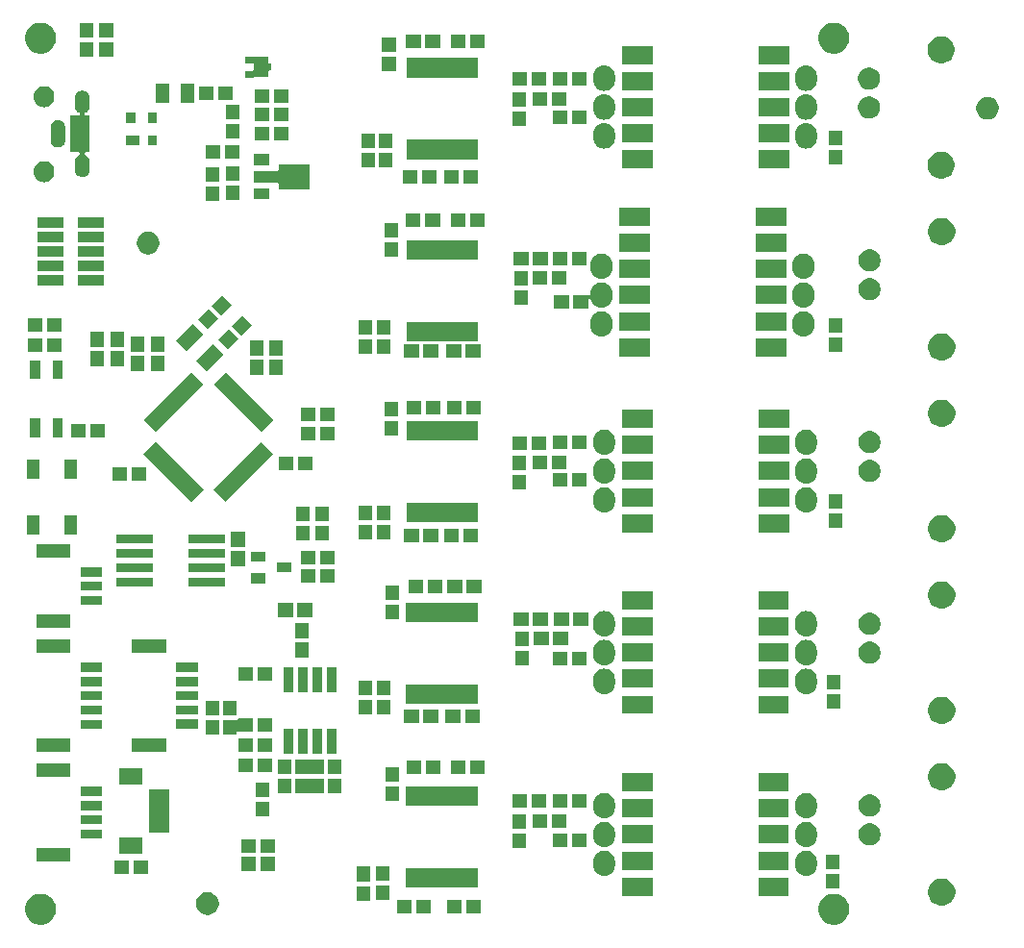
<source format=gbr>
G04 #@! TF.GenerationSoftware,KiCad,Pcbnew,(5.0.0)*
G04 #@! TF.CreationDate,2018-12-31T13:47:14-06:00*
G04 #@! TF.ProjectId,fk-atlas,666B2D61746C61732E6B696361645F70,rev?*
G04 #@! TF.SameCoordinates,Original*
G04 #@! TF.FileFunction,Soldermask,Top*
G04 #@! TF.FilePolarity,Negative*
%FSLAX46Y46*%
G04 Gerber Fmt 4.6, Leading zero omitted, Abs format (unit mm)*
G04 Created by KiCad (PCBNEW (5.0.0)) date 12/31/18 13:47:14*
%MOMM*%
%LPD*%
G01*
G04 APERTURE LIST*
%ADD10C,0.100000*%
G04 APERTURE END LIST*
D10*
G36*
X187724614Y-134572648D02*
X187973937Y-134675921D01*
X188198327Y-134825853D01*
X188389147Y-135016673D01*
X188539079Y-135241063D01*
X188642352Y-135490386D01*
X188695000Y-135755065D01*
X188695000Y-136024935D01*
X188642352Y-136289614D01*
X188539079Y-136538937D01*
X188389147Y-136763327D01*
X188198327Y-136954147D01*
X187973937Y-137104079D01*
X187724614Y-137207352D01*
X187459935Y-137260000D01*
X187190065Y-137260000D01*
X186925386Y-137207352D01*
X186676063Y-137104079D01*
X186451673Y-136954147D01*
X186260853Y-136763327D01*
X186110921Y-136538937D01*
X186007648Y-136289614D01*
X185955000Y-136024935D01*
X185955000Y-135755065D01*
X186007648Y-135490386D01*
X186110921Y-135241063D01*
X186260853Y-135016673D01*
X186451673Y-134825853D01*
X186676063Y-134675921D01*
X186925386Y-134572648D01*
X187190065Y-134520000D01*
X187459935Y-134520000D01*
X187724614Y-134572648D01*
X187724614Y-134572648D01*
G37*
G36*
X117874614Y-134572648D02*
X118123937Y-134675921D01*
X118348327Y-134825853D01*
X118539147Y-135016673D01*
X118689079Y-135241063D01*
X118792352Y-135490386D01*
X118845000Y-135755065D01*
X118845000Y-136024935D01*
X118792352Y-136289614D01*
X118689079Y-136538937D01*
X118539147Y-136763327D01*
X118348327Y-136954147D01*
X118123937Y-137104079D01*
X117874614Y-137207352D01*
X117609935Y-137260000D01*
X117340065Y-137260000D01*
X117075386Y-137207352D01*
X116826063Y-137104079D01*
X116601673Y-136954147D01*
X116410853Y-136763327D01*
X116260921Y-136538937D01*
X116157648Y-136289614D01*
X116105000Y-136024935D01*
X116105000Y-135755065D01*
X116157648Y-135490386D01*
X116260921Y-135241063D01*
X116410853Y-135016673D01*
X116601673Y-134825853D01*
X116826063Y-134675921D01*
X117075386Y-134572648D01*
X117340065Y-134520000D01*
X117609935Y-134520000D01*
X117874614Y-134572648D01*
X117874614Y-134572648D01*
G37*
G36*
X132357370Y-134397372D02*
X132473289Y-134420429D01*
X132655278Y-134495811D01*
X132819063Y-134605249D01*
X132958351Y-134744537D01*
X133067789Y-134908322D01*
X133143171Y-135090311D01*
X133151255Y-135130955D01*
X133181600Y-135283507D01*
X133181600Y-135480493D01*
X133173764Y-135519885D01*
X133143171Y-135673689D01*
X133067789Y-135855678D01*
X132958351Y-136019463D01*
X132819063Y-136158751D01*
X132655278Y-136268189D01*
X132473289Y-136343571D01*
X132357370Y-136366628D01*
X132280093Y-136382000D01*
X132083107Y-136382000D01*
X132005830Y-136366628D01*
X131889911Y-136343571D01*
X131707922Y-136268189D01*
X131544137Y-136158751D01*
X131404849Y-136019463D01*
X131295411Y-135855678D01*
X131220029Y-135673689D01*
X131189436Y-135519885D01*
X131181600Y-135480493D01*
X131181600Y-135283507D01*
X131211945Y-135130955D01*
X131220029Y-135090311D01*
X131295411Y-134908322D01*
X131404849Y-134744537D01*
X131544137Y-134605249D01*
X131707922Y-134495811D01*
X131889911Y-134420429D01*
X132005830Y-134397372D01*
X132083107Y-134382000D01*
X132280093Y-134382000D01*
X132357370Y-134397372D01*
X132357370Y-134397372D01*
G37*
G36*
X154549500Y-136228000D02*
X153249500Y-136228000D01*
X153249500Y-135028000D01*
X154549500Y-135028000D01*
X154549500Y-136228000D01*
X154549500Y-136228000D01*
G37*
G36*
X156249500Y-136228000D02*
X154949500Y-136228000D01*
X154949500Y-135028000D01*
X156249500Y-135028000D01*
X156249500Y-136228000D01*
X156249500Y-136228000D01*
G37*
G36*
X151847500Y-136228000D02*
X150547500Y-136228000D01*
X150547500Y-135028000D01*
X151847500Y-135028000D01*
X151847500Y-136228000D01*
X151847500Y-136228000D01*
G37*
G36*
X150147500Y-136228000D02*
X148847500Y-136228000D01*
X148847500Y-135028000D01*
X150147500Y-135028000D01*
X150147500Y-136228000D01*
X150147500Y-136228000D01*
G37*
G36*
X197184026Y-133212115D02*
X197402412Y-133302573D01*
X197598958Y-133433901D01*
X197766099Y-133601042D01*
X197897427Y-133797588D01*
X197987885Y-134015974D01*
X198034000Y-134247809D01*
X198034000Y-134484191D01*
X197987885Y-134716026D01*
X197897427Y-134934412D01*
X197766099Y-135130958D01*
X197598958Y-135298099D01*
X197402412Y-135429427D01*
X197184026Y-135519885D01*
X196952191Y-135566000D01*
X196715809Y-135566000D01*
X196483974Y-135519885D01*
X196265588Y-135429427D01*
X196069042Y-135298099D01*
X195901901Y-135130958D01*
X195770573Y-134934412D01*
X195680115Y-134716026D01*
X195634000Y-134484191D01*
X195634000Y-134247809D01*
X195680115Y-134015974D01*
X195770573Y-133797588D01*
X195901901Y-133601042D01*
X196069042Y-133433901D01*
X196265588Y-133302573D01*
X196483974Y-133212115D01*
X196715809Y-133166000D01*
X196952191Y-133166000D01*
X197184026Y-133212115D01*
X197184026Y-133212115D01*
G37*
G36*
X146523000Y-135143000D02*
X145323000Y-135143000D01*
X145323000Y-133843000D01*
X146523000Y-133843000D01*
X146523000Y-135143000D01*
X146523000Y-135143000D01*
G37*
G36*
X148174000Y-135104000D02*
X146974000Y-135104000D01*
X146974000Y-133804000D01*
X148174000Y-133804000D01*
X148174000Y-135104000D01*
X148174000Y-135104000D01*
G37*
G36*
X183372000Y-134700000D02*
X180672000Y-134700000D01*
X180672000Y-133100000D01*
X183372000Y-133100000D01*
X183372000Y-134700000D01*
X183372000Y-134700000D01*
G37*
G36*
X171372000Y-134700000D02*
X168672000Y-134700000D01*
X168672000Y-133100000D01*
X171372000Y-133100000D01*
X171372000Y-134700000D01*
X171372000Y-134700000D01*
G37*
G36*
X187798000Y-134088000D02*
X186598000Y-134088000D01*
X186598000Y-132788000D01*
X187798000Y-132788000D01*
X187798000Y-134088000D01*
X187798000Y-134088000D01*
G37*
G36*
X155976600Y-133957800D02*
X149676600Y-133957800D01*
X149676600Y-132257800D01*
X155976600Y-132257800D01*
X155976600Y-133957800D01*
X155976600Y-133957800D01*
G37*
G36*
X146523000Y-133443000D02*
X145323000Y-133443000D01*
X145323000Y-132143000D01*
X146523000Y-132143000D01*
X146523000Y-133443000D01*
X146523000Y-133443000D01*
G37*
G36*
X148174000Y-133404000D02*
X146974000Y-133404000D01*
X146974000Y-132104000D01*
X148174000Y-132104000D01*
X148174000Y-133404000D01*
X148174000Y-133404000D01*
G37*
G36*
X167284019Y-130731930D02*
X167465657Y-130787030D01*
X167633058Y-130876507D01*
X167779785Y-130996923D01*
X167900199Y-131143648D01*
X167989678Y-131311052D01*
X168044778Y-131492688D01*
X168058720Y-131634250D01*
X168058720Y-132033725D01*
X168044778Y-132175287D01*
X167989678Y-132356925D01*
X167900201Y-132524326D01*
X167779785Y-132671053D01*
X167633060Y-132791467D01*
X167465656Y-132880946D01*
X167284020Y-132936046D01*
X167095120Y-132954650D01*
X166906221Y-132936046D01*
X166724585Y-132880946D01*
X166557181Y-132791467D01*
X166410456Y-132671053D01*
X166290041Y-132524327D01*
X166271426Y-132489500D01*
X166200563Y-132356926D01*
X166200562Y-132356924D01*
X166145462Y-132175288D01*
X166131520Y-132033726D01*
X166131520Y-131634251D01*
X166145462Y-131492689D01*
X166200562Y-131311051D01*
X166290039Y-131143650D01*
X166410455Y-130996923D01*
X166557180Y-130876509D01*
X166724584Y-130787030D01*
X166906220Y-130731930D01*
X167095120Y-130713326D01*
X167284019Y-130731930D01*
X167284019Y-130731930D01*
G37*
G36*
X185064019Y-130731930D02*
X185245657Y-130787030D01*
X185413058Y-130876507D01*
X185559785Y-130996923D01*
X185680199Y-131143648D01*
X185769678Y-131311052D01*
X185824778Y-131492688D01*
X185838720Y-131634250D01*
X185838720Y-132033725D01*
X185824778Y-132175287D01*
X185769678Y-132356925D01*
X185680201Y-132524326D01*
X185559785Y-132671053D01*
X185413060Y-132791467D01*
X185245656Y-132880946D01*
X185064020Y-132936046D01*
X184875120Y-132954650D01*
X184686221Y-132936046D01*
X184504585Y-132880946D01*
X184337181Y-132791467D01*
X184190456Y-132671053D01*
X184070041Y-132524327D01*
X184051426Y-132489500D01*
X183980563Y-132356926D01*
X183980562Y-132356924D01*
X183925462Y-132175288D01*
X183911520Y-132033726D01*
X183911520Y-131634251D01*
X183925462Y-131492689D01*
X183980562Y-131311051D01*
X184070039Y-131143650D01*
X184190455Y-130996923D01*
X184337180Y-130876509D01*
X184504584Y-130787030D01*
X184686220Y-130731930D01*
X184875120Y-130713326D01*
X185064019Y-130731930D01*
X185064019Y-130731930D01*
G37*
G36*
X126976000Y-132807000D02*
X125676000Y-132807000D01*
X125676000Y-131607000D01*
X126976000Y-131607000D01*
X126976000Y-132807000D01*
X126976000Y-132807000D01*
G37*
G36*
X125276000Y-132807000D02*
X123976000Y-132807000D01*
X123976000Y-131607000D01*
X125276000Y-131607000D01*
X125276000Y-132807000D01*
X125276000Y-132807000D01*
G37*
G36*
X138152000Y-132489500D02*
X136852000Y-132489500D01*
X136852000Y-131289500D01*
X138152000Y-131289500D01*
X138152000Y-132489500D01*
X138152000Y-132489500D01*
G37*
G36*
X136452000Y-132489500D02*
X135152000Y-132489500D01*
X135152000Y-131289500D01*
X136452000Y-131289500D01*
X136452000Y-132489500D01*
X136452000Y-132489500D01*
G37*
G36*
X183372000Y-132400000D02*
X180672000Y-132400000D01*
X180672000Y-130800000D01*
X183372000Y-130800000D01*
X183372000Y-132400000D01*
X183372000Y-132400000D01*
G37*
G36*
X171372000Y-132400000D02*
X168672000Y-132400000D01*
X168672000Y-130800000D01*
X171372000Y-130800000D01*
X171372000Y-132400000D01*
X171372000Y-132400000D01*
G37*
G36*
X187798000Y-132388000D02*
X186598000Y-132388000D01*
X186598000Y-131088000D01*
X187798000Y-131088000D01*
X187798000Y-132388000D01*
X187798000Y-132388000D01*
G37*
G36*
X120115000Y-131706000D02*
X117115000Y-131706000D01*
X117115000Y-130506000D01*
X120115000Y-130506000D01*
X120115000Y-131706000D01*
X120115000Y-131706000D01*
G37*
G36*
X126419000Y-131004000D02*
X124419000Y-131004000D01*
X124419000Y-129604000D01*
X126419000Y-129604000D01*
X126419000Y-131004000D01*
X126419000Y-131004000D01*
G37*
G36*
X136452000Y-130902000D02*
X135152000Y-130902000D01*
X135152000Y-129702000D01*
X136452000Y-129702000D01*
X136452000Y-130902000D01*
X136452000Y-130902000D01*
G37*
G36*
X138152000Y-130902000D02*
X136852000Y-130902000D01*
X136852000Y-129702000D01*
X138152000Y-129702000D01*
X138152000Y-130902000D01*
X138152000Y-130902000D01*
G37*
G36*
X160239000Y-130532000D02*
X159039000Y-130532000D01*
X159039000Y-129232000D01*
X160239000Y-129232000D01*
X160239000Y-130532000D01*
X160239000Y-130532000D01*
G37*
G36*
X167284019Y-128191930D02*
X167465657Y-128247030D01*
X167633058Y-128336507D01*
X167779785Y-128456923D01*
X167900199Y-128603648D01*
X167989678Y-128771052D01*
X168044778Y-128952688D01*
X168058720Y-129094250D01*
X168058720Y-129493725D01*
X168044778Y-129635287D01*
X167989678Y-129816925D01*
X167900201Y-129984326D01*
X167779785Y-130131053D01*
X167633060Y-130251467D01*
X167465656Y-130340946D01*
X167284020Y-130396046D01*
X167095120Y-130414650D01*
X166906221Y-130396046D01*
X166724585Y-130340946D01*
X166557181Y-130251467D01*
X166410456Y-130131053D01*
X166290041Y-129984327D01*
X166245106Y-129900259D01*
X166200563Y-129816926D01*
X166200562Y-129816924D01*
X166145462Y-129635288D01*
X166131520Y-129493726D01*
X166131520Y-129094251D01*
X166145462Y-128952689D01*
X166200562Y-128771051D01*
X166290039Y-128603650D01*
X166410455Y-128456923D01*
X166557180Y-128336509D01*
X166724584Y-128247030D01*
X166906220Y-128191930D01*
X167095120Y-128173326D01*
X167284019Y-128191930D01*
X167284019Y-128191930D01*
G37*
G36*
X185064019Y-128191930D02*
X185245657Y-128247030D01*
X185413058Y-128336507D01*
X185559785Y-128456923D01*
X185680199Y-128603648D01*
X185769678Y-128771052D01*
X185824778Y-128952688D01*
X185838720Y-129094250D01*
X185838720Y-129493725D01*
X185824778Y-129635287D01*
X185769678Y-129816925D01*
X185680201Y-129984326D01*
X185559785Y-130131053D01*
X185413060Y-130251467D01*
X185245656Y-130340946D01*
X185064020Y-130396046D01*
X184875120Y-130414650D01*
X184686221Y-130396046D01*
X184504585Y-130340946D01*
X184337181Y-130251467D01*
X184190456Y-130131053D01*
X184070041Y-129984327D01*
X184025106Y-129900259D01*
X183980563Y-129816926D01*
X183980562Y-129816924D01*
X183925462Y-129635288D01*
X183911520Y-129493726D01*
X183911520Y-129094251D01*
X183925462Y-128952689D01*
X183980562Y-128771051D01*
X184070039Y-128603650D01*
X184190455Y-128456923D01*
X184337180Y-128336509D01*
X184504584Y-128247030D01*
X184686220Y-128191930D01*
X184875120Y-128173326D01*
X185064019Y-128191930D01*
X185064019Y-128191930D01*
G37*
G36*
X165584000Y-130394000D02*
X164284000Y-130394000D01*
X164284000Y-129194000D01*
X165584000Y-129194000D01*
X165584000Y-130394000D01*
X165584000Y-130394000D01*
G37*
G36*
X163884000Y-130394000D02*
X162584000Y-130394000D01*
X162584000Y-129194000D01*
X163884000Y-129194000D01*
X163884000Y-130394000D01*
X163884000Y-130394000D01*
G37*
G36*
X190765072Y-128359431D02*
X190940435Y-128432068D01*
X191098262Y-128537525D01*
X191232475Y-128671738D01*
X191337932Y-128829565D01*
X191410569Y-129004928D01*
X191447600Y-129191094D01*
X191447600Y-129380906D01*
X191410569Y-129567072D01*
X191337932Y-129742435D01*
X191232475Y-129900262D01*
X191098262Y-130034475D01*
X190940435Y-130139932D01*
X190765072Y-130212569D01*
X190578906Y-130249600D01*
X190389094Y-130249600D01*
X190202928Y-130212569D01*
X190027565Y-130139932D01*
X189869738Y-130034475D01*
X189735525Y-129900262D01*
X189630068Y-129742435D01*
X189557431Y-129567072D01*
X189520400Y-129380906D01*
X189520400Y-129191094D01*
X189557431Y-129004928D01*
X189630068Y-128829565D01*
X189735525Y-128671738D01*
X189869738Y-128537525D01*
X190027565Y-128432068D01*
X190202928Y-128359431D01*
X190389094Y-128322400D01*
X190578906Y-128322400D01*
X190765072Y-128359431D01*
X190765072Y-128359431D01*
G37*
G36*
X183372000Y-130100000D02*
X180672000Y-130100000D01*
X180672000Y-128500000D01*
X183372000Y-128500000D01*
X183372000Y-130100000D01*
X183372000Y-130100000D01*
G37*
G36*
X171372000Y-130100000D02*
X168672000Y-130100000D01*
X168672000Y-128500000D01*
X171372000Y-128500000D01*
X171372000Y-130100000D01*
X171372000Y-130100000D01*
G37*
G36*
X122915000Y-129656000D02*
X121015000Y-129656000D01*
X121015000Y-128856000D01*
X122915000Y-128856000D01*
X122915000Y-129656000D01*
X122915000Y-129656000D01*
G37*
G36*
X128819000Y-129154000D02*
X127069000Y-129154000D01*
X127069000Y-125354000D01*
X128819000Y-125354000D01*
X128819000Y-129154000D01*
X128819000Y-129154000D01*
G37*
G36*
X160239000Y-128832000D02*
X159039000Y-128832000D01*
X159039000Y-127532000D01*
X160239000Y-127532000D01*
X160239000Y-128832000D01*
X160239000Y-128832000D01*
G37*
G36*
X162106000Y-128743000D02*
X160806000Y-128743000D01*
X160806000Y-127543000D01*
X162106000Y-127543000D01*
X162106000Y-128743000D01*
X162106000Y-128743000D01*
G37*
G36*
X163806000Y-128743000D02*
X162506000Y-128743000D01*
X162506000Y-127543000D01*
X163806000Y-127543000D01*
X163806000Y-128743000D01*
X163806000Y-128743000D01*
G37*
G36*
X122915000Y-128406000D02*
X121015000Y-128406000D01*
X121015000Y-127606000D01*
X122915000Y-127606000D01*
X122915000Y-128406000D01*
X122915000Y-128406000D01*
G37*
G36*
X167284019Y-125651930D02*
X167465657Y-125707030D01*
X167633058Y-125796507D01*
X167779785Y-125916923D01*
X167900199Y-126063648D01*
X167989678Y-126231052D01*
X168044778Y-126412688D01*
X168058720Y-126554250D01*
X168058720Y-126953725D01*
X168044778Y-127095287D01*
X167989678Y-127276925D01*
X167900201Y-127444326D01*
X167779785Y-127591053D01*
X167633060Y-127711467D01*
X167465656Y-127800946D01*
X167284020Y-127856046D01*
X167095120Y-127874650D01*
X166906221Y-127856046D01*
X166724585Y-127800946D01*
X166557181Y-127711467D01*
X166410456Y-127591053D01*
X166290041Y-127444327D01*
X166245106Y-127360259D01*
X166200563Y-127276926D01*
X166200562Y-127276924D01*
X166145462Y-127095288D01*
X166131520Y-126953726D01*
X166131520Y-126554251D01*
X166145462Y-126412689D01*
X166200562Y-126231051D01*
X166290039Y-126063650D01*
X166410455Y-125916923D01*
X166557180Y-125796509D01*
X166724584Y-125707030D01*
X166906220Y-125651930D01*
X167095120Y-125633326D01*
X167284019Y-125651930D01*
X167284019Y-125651930D01*
G37*
G36*
X185064019Y-125651930D02*
X185245657Y-125707030D01*
X185413058Y-125796507D01*
X185559785Y-125916923D01*
X185680199Y-126063648D01*
X185769678Y-126231052D01*
X185824778Y-126412688D01*
X185838720Y-126554250D01*
X185838720Y-126953725D01*
X185824778Y-127095287D01*
X185769678Y-127276925D01*
X185680201Y-127444326D01*
X185559785Y-127591053D01*
X185413060Y-127711467D01*
X185245656Y-127800946D01*
X185064020Y-127856046D01*
X184875120Y-127874650D01*
X184686221Y-127856046D01*
X184504585Y-127800946D01*
X184337181Y-127711467D01*
X184190456Y-127591053D01*
X184070041Y-127444327D01*
X184025106Y-127360259D01*
X183980563Y-127276926D01*
X183980562Y-127276924D01*
X183925462Y-127095288D01*
X183911520Y-126953726D01*
X183911520Y-126554251D01*
X183925462Y-126412689D01*
X183980562Y-126231051D01*
X184070039Y-126063650D01*
X184190455Y-125916923D01*
X184337180Y-125796509D01*
X184504584Y-125707030D01*
X184686220Y-125651930D01*
X184875120Y-125633326D01*
X185064019Y-125651930D01*
X185064019Y-125651930D01*
G37*
G36*
X171372000Y-127800000D02*
X168672000Y-127800000D01*
X168672000Y-126200000D01*
X171372000Y-126200000D01*
X171372000Y-127800000D01*
X171372000Y-127800000D01*
G37*
G36*
X183372000Y-127800000D02*
X180672000Y-127800000D01*
X180672000Y-126200000D01*
X183372000Y-126200000D01*
X183372000Y-127800000D01*
X183372000Y-127800000D01*
G37*
G36*
X137633000Y-127738000D02*
X136433000Y-127738000D01*
X136433000Y-126438000D01*
X137633000Y-126438000D01*
X137633000Y-127738000D01*
X137633000Y-127738000D01*
G37*
G36*
X190765072Y-125819431D02*
X190940435Y-125892068D01*
X191098262Y-125997525D01*
X191232475Y-126131738D01*
X191337932Y-126289565D01*
X191410569Y-126464928D01*
X191447600Y-126651094D01*
X191447600Y-126840906D01*
X191410569Y-127027072D01*
X191337932Y-127202435D01*
X191232475Y-127360262D01*
X191098262Y-127494475D01*
X190940435Y-127599932D01*
X190765072Y-127672569D01*
X190578906Y-127709600D01*
X190389094Y-127709600D01*
X190202928Y-127672569D01*
X190027565Y-127599932D01*
X189869738Y-127494475D01*
X189735525Y-127360262D01*
X189630068Y-127202435D01*
X189557431Y-127027072D01*
X189520400Y-126840906D01*
X189520400Y-126651094D01*
X189557431Y-126464928D01*
X189630068Y-126289565D01*
X189735525Y-126131738D01*
X189869738Y-125997525D01*
X190027565Y-125892068D01*
X190202928Y-125819431D01*
X190389094Y-125782400D01*
X190578906Y-125782400D01*
X190765072Y-125819431D01*
X190765072Y-125819431D01*
G37*
G36*
X122915000Y-127156000D02*
X121015000Y-127156000D01*
X121015000Y-126356000D01*
X122915000Y-126356000D01*
X122915000Y-127156000D01*
X122915000Y-127156000D01*
G37*
G36*
X160328000Y-126965000D02*
X159028000Y-126965000D01*
X159028000Y-125765000D01*
X160328000Y-125765000D01*
X160328000Y-126965000D01*
X160328000Y-126965000D01*
G37*
G36*
X163884000Y-126965000D02*
X162584000Y-126965000D01*
X162584000Y-125765000D01*
X163884000Y-125765000D01*
X163884000Y-126965000D01*
X163884000Y-126965000D01*
G37*
G36*
X165584000Y-126965000D02*
X164284000Y-126965000D01*
X164284000Y-125765000D01*
X165584000Y-125765000D01*
X165584000Y-126965000D01*
X165584000Y-126965000D01*
G37*
G36*
X162028000Y-126965000D02*
X160728000Y-126965000D01*
X160728000Y-125765000D01*
X162028000Y-125765000D01*
X162028000Y-126965000D01*
X162028000Y-126965000D01*
G37*
G36*
X155976600Y-126757800D02*
X149676600Y-126757800D01*
X149676600Y-125057800D01*
X155976600Y-125057800D01*
X155976600Y-126757800D01*
X155976600Y-126757800D01*
G37*
G36*
X149063000Y-126341000D02*
X147863000Y-126341000D01*
X147863000Y-125041000D01*
X149063000Y-125041000D01*
X149063000Y-126341000D01*
X149063000Y-126341000D01*
G37*
G36*
X137633000Y-126038000D02*
X136433000Y-126038000D01*
X136433000Y-124738000D01*
X137633000Y-124738000D01*
X137633000Y-126038000D01*
X137633000Y-126038000D01*
G37*
G36*
X122915000Y-125906000D02*
X121015000Y-125906000D01*
X121015000Y-125106000D01*
X122915000Y-125106000D01*
X122915000Y-125906000D01*
X122915000Y-125906000D01*
G37*
G36*
X139538000Y-125706000D02*
X138338000Y-125706000D01*
X138338000Y-124406000D01*
X139538000Y-124406000D01*
X139538000Y-125706000D01*
X139538000Y-125706000D01*
G37*
G36*
X142459000Y-125706000D02*
X139862000Y-125706000D01*
X139862000Y-124406000D01*
X142459000Y-124406000D01*
X142459000Y-125706000D01*
X142459000Y-125706000D01*
G37*
G36*
X143983000Y-125706000D02*
X142783000Y-125706000D01*
X142783000Y-124406000D01*
X143983000Y-124406000D01*
X143983000Y-125706000D01*
X143983000Y-125706000D01*
G37*
G36*
X171372000Y-125500000D02*
X168672000Y-125500000D01*
X168672000Y-123900000D01*
X171372000Y-123900000D01*
X171372000Y-125500000D01*
X171372000Y-125500000D01*
G37*
G36*
X183372000Y-125500000D02*
X180672000Y-125500000D01*
X180672000Y-123900000D01*
X183372000Y-123900000D01*
X183372000Y-125500000D01*
X183372000Y-125500000D01*
G37*
G36*
X197184026Y-123052115D02*
X197402412Y-123142573D01*
X197598958Y-123273901D01*
X197766099Y-123441042D01*
X197897427Y-123637588D01*
X197987885Y-123855974D01*
X198034000Y-124087809D01*
X198034000Y-124324191D01*
X197987885Y-124556026D01*
X197897427Y-124774412D01*
X197766099Y-124970958D01*
X197598958Y-125138099D01*
X197402412Y-125269427D01*
X197184026Y-125359885D01*
X196952191Y-125406000D01*
X196715809Y-125406000D01*
X196483974Y-125359885D01*
X196265588Y-125269427D01*
X196069042Y-125138099D01*
X195901901Y-124970958D01*
X195770573Y-124774412D01*
X195680115Y-124556026D01*
X195634000Y-124324191D01*
X195634000Y-124087809D01*
X195680115Y-123855974D01*
X195770573Y-123637588D01*
X195901901Y-123441042D01*
X196069042Y-123273901D01*
X196265588Y-123142573D01*
X196483974Y-123052115D01*
X196715809Y-123006000D01*
X196952191Y-123006000D01*
X197184026Y-123052115D01*
X197184026Y-123052115D01*
G37*
G36*
X126419000Y-124904000D02*
X124419000Y-124904000D01*
X124419000Y-123504000D01*
X126419000Y-123504000D01*
X126419000Y-124904000D01*
X126419000Y-124904000D01*
G37*
G36*
X149063000Y-124641000D02*
X147863000Y-124641000D01*
X147863000Y-123341000D01*
X149063000Y-123341000D01*
X149063000Y-124641000D01*
X149063000Y-124641000D01*
G37*
G36*
X120115000Y-124256000D02*
X117115000Y-124256000D01*
X117115000Y-123056000D01*
X120115000Y-123056000D01*
X120115000Y-124256000D01*
X120115000Y-124256000D01*
G37*
G36*
X143983000Y-124006000D02*
X142783000Y-124006000D01*
X142783000Y-122706000D01*
X143983000Y-122706000D01*
X143983000Y-124006000D01*
X143983000Y-124006000D01*
G37*
G36*
X142459000Y-124006000D02*
X139862000Y-124006000D01*
X139862000Y-122706000D01*
X142459000Y-122706000D01*
X142459000Y-124006000D01*
X142459000Y-124006000D01*
G37*
G36*
X139538000Y-124006000D02*
X138338000Y-124006000D01*
X138338000Y-122706000D01*
X139538000Y-122706000D01*
X139538000Y-124006000D01*
X139538000Y-124006000D01*
G37*
G36*
X150996000Y-123993200D02*
X149696000Y-123993200D01*
X149696000Y-122793200D01*
X150996000Y-122793200D01*
X150996000Y-123993200D01*
X150996000Y-123993200D01*
G37*
G36*
X156602600Y-123993200D02*
X155302600Y-123993200D01*
X155302600Y-122793200D01*
X156602600Y-122793200D01*
X156602600Y-123993200D01*
X156602600Y-123993200D01*
G37*
G36*
X152696000Y-123993200D02*
X151396000Y-123993200D01*
X151396000Y-122793200D01*
X152696000Y-122793200D01*
X152696000Y-123993200D01*
X152696000Y-123993200D01*
G37*
G36*
X154902600Y-123993200D02*
X153602600Y-123993200D01*
X153602600Y-122793200D01*
X154902600Y-122793200D01*
X154902600Y-123993200D01*
X154902600Y-123993200D01*
G37*
G36*
X137898000Y-123790000D02*
X136598000Y-123790000D01*
X136598000Y-122590000D01*
X137898000Y-122590000D01*
X137898000Y-123790000D01*
X137898000Y-123790000D01*
G37*
G36*
X136198000Y-123790000D02*
X134898000Y-123790000D01*
X134898000Y-122590000D01*
X136198000Y-122590000D01*
X136198000Y-123790000D01*
X136198000Y-123790000D01*
G37*
G36*
X143529000Y-122164000D02*
X142729000Y-122164000D01*
X142729000Y-119964000D01*
X143529000Y-119964000D01*
X143529000Y-122164000D01*
X143529000Y-122164000D01*
G37*
G36*
X142259000Y-122164000D02*
X141459000Y-122164000D01*
X141459000Y-119964000D01*
X142259000Y-119964000D01*
X142259000Y-122164000D01*
X142259000Y-122164000D01*
G37*
G36*
X140989000Y-122164000D02*
X140189000Y-122164000D01*
X140189000Y-119964000D01*
X140989000Y-119964000D01*
X140989000Y-122164000D01*
X140989000Y-122164000D01*
G37*
G36*
X139719000Y-122164000D02*
X138919000Y-122164000D01*
X138919000Y-119964000D01*
X139719000Y-119964000D01*
X139719000Y-122164000D01*
X139719000Y-122164000D01*
G37*
G36*
X120115000Y-122044000D02*
X117115000Y-122044000D01*
X117115000Y-120844000D01*
X120115000Y-120844000D01*
X120115000Y-122044000D01*
X120115000Y-122044000D01*
G37*
G36*
X128522400Y-122037900D02*
X125522400Y-122037900D01*
X125522400Y-120837900D01*
X128522400Y-120837900D01*
X128522400Y-122037900D01*
X128522400Y-122037900D01*
G37*
G36*
X137898000Y-122012000D02*
X136598000Y-122012000D01*
X136598000Y-120812000D01*
X137898000Y-120812000D01*
X137898000Y-122012000D01*
X137898000Y-122012000D01*
G37*
G36*
X136198000Y-122012000D02*
X134898000Y-122012000D01*
X134898000Y-120812000D01*
X136198000Y-120812000D01*
X136198000Y-122012000D01*
X136198000Y-122012000D01*
G37*
G36*
X136198000Y-120234000D02*
X134837000Y-120234000D01*
X134812614Y-120236402D01*
X134789165Y-120243515D01*
X134767554Y-120255066D01*
X134748612Y-120270612D01*
X134733066Y-120289554D01*
X134721515Y-120311165D01*
X134714402Y-120334614D01*
X134712000Y-120359000D01*
X134712000Y-120499000D01*
X133512000Y-120499000D01*
X133512000Y-119199000D01*
X134773000Y-119199000D01*
X134797386Y-119196598D01*
X134820835Y-119189485D01*
X134842446Y-119177934D01*
X134861388Y-119162388D01*
X134876934Y-119143446D01*
X134888485Y-119121835D01*
X134895598Y-119098386D01*
X134898000Y-119074000D01*
X134898000Y-119034000D01*
X136198000Y-119034000D01*
X136198000Y-120234000D01*
X136198000Y-120234000D01*
G37*
G36*
X133188000Y-120499000D02*
X131988000Y-120499000D01*
X131988000Y-119199000D01*
X133188000Y-119199000D01*
X133188000Y-120499000D01*
X133188000Y-120499000D01*
G37*
G36*
X137898000Y-120234000D02*
X136598000Y-120234000D01*
X136598000Y-119034000D01*
X137898000Y-119034000D01*
X137898000Y-120234000D01*
X137898000Y-120234000D01*
G37*
G36*
X122915000Y-119994000D02*
X121015000Y-119994000D01*
X121015000Y-119194000D01*
X122915000Y-119194000D01*
X122915000Y-119994000D01*
X122915000Y-119994000D01*
G37*
G36*
X131322400Y-119987900D02*
X129422400Y-119987900D01*
X129422400Y-119187900D01*
X131322400Y-119187900D01*
X131322400Y-119987900D01*
X131322400Y-119987900D01*
G37*
G36*
X197184026Y-117210115D02*
X197402412Y-117300573D01*
X197598958Y-117431901D01*
X197766099Y-117599042D01*
X197897427Y-117795588D01*
X197987885Y-118013974D01*
X198034000Y-118245809D01*
X198034000Y-118482191D01*
X197987885Y-118714026D01*
X197897427Y-118932412D01*
X197766099Y-119128958D01*
X197598958Y-119296099D01*
X197402412Y-119427427D01*
X197184026Y-119517885D01*
X196952191Y-119564000D01*
X196715809Y-119564000D01*
X196483974Y-119517885D01*
X196265588Y-119427427D01*
X196069042Y-119296099D01*
X195901901Y-119128958D01*
X195770573Y-118932412D01*
X195680115Y-118714026D01*
X195634000Y-118482191D01*
X195634000Y-118245809D01*
X195680115Y-118013974D01*
X195770573Y-117795588D01*
X195901901Y-117599042D01*
X196069042Y-117431901D01*
X196265588Y-117300573D01*
X196483974Y-117210115D01*
X196715809Y-117164000D01*
X196952191Y-117164000D01*
X197184026Y-117210115D01*
X197184026Y-117210115D01*
G37*
G36*
X150803000Y-119472000D02*
X149503000Y-119472000D01*
X149503000Y-118272000D01*
X150803000Y-118272000D01*
X150803000Y-119472000D01*
X150803000Y-119472000D01*
G37*
G36*
X152503000Y-119472000D02*
X151203000Y-119472000D01*
X151203000Y-118272000D01*
X152503000Y-118272000D01*
X152503000Y-119472000D01*
X152503000Y-119472000D01*
G37*
G36*
X154447000Y-119472000D02*
X153147000Y-119472000D01*
X153147000Y-118272000D01*
X154447000Y-118272000D01*
X154447000Y-119472000D01*
X154447000Y-119472000D01*
G37*
G36*
X156147000Y-119472000D02*
X154847000Y-119472000D01*
X154847000Y-118272000D01*
X156147000Y-118272000D01*
X156147000Y-119472000D01*
X156147000Y-119472000D01*
G37*
G36*
X134712000Y-118799000D02*
X133512000Y-118799000D01*
X133512000Y-117499000D01*
X134712000Y-117499000D01*
X134712000Y-118799000D01*
X134712000Y-118799000D01*
G37*
G36*
X133188000Y-118799000D02*
X131988000Y-118799000D01*
X131988000Y-117499000D01*
X133188000Y-117499000D01*
X133188000Y-118799000D01*
X133188000Y-118799000D01*
G37*
G36*
X122915000Y-118744000D02*
X121015000Y-118744000D01*
X121015000Y-117944000D01*
X122915000Y-117944000D01*
X122915000Y-118744000D01*
X122915000Y-118744000D01*
G37*
G36*
X131322400Y-118737900D02*
X129422400Y-118737900D01*
X129422400Y-117937900D01*
X131322400Y-117937900D01*
X131322400Y-118737900D01*
X131322400Y-118737900D01*
G37*
G36*
X146650000Y-118721000D02*
X145450000Y-118721000D01*
X145450000Y-117421000D01*
X146650000Y-117421000D01*
X146650000Y-118721000D01*
X146650000Y-118721000D01*
G37*
G36*
X148301000Y-118721000D02*
X147101000Y-118721000D01*
X147101000Y-117421000D01*
X148301000Y-117421000D01*
X148301000Y-118721000D01*
X148301000Y-118721000D01*
G37*
G36*
X183372000Y-118682500D02*
X180672000Y-118682500D01*
X180672000Y-117082500D01*
X183372000Y-117082500D01*
X183372000Y-118682500D01*
X183372000Y-118682500D01*
G37*
G36*
X171372000Y-118682500D02*
X168672000Y-118682500D01*
X168672000Y-117082500D01*
X171372000Y-117082500D01*
X171372000Y-118682500D01*
X171372000Y-118682500D01*
G37*
G36*
X187925000Y-118213000D02*
X186725000Y-118213000D01*
X186725000Y-116913000D01*
X187925000Y-116913000D01*
X187925000Y-118213000D01*
X187925000Y-118213000D01*
G37*
G36*
X155976600Y-117817000D02*
X149676600Y-117817000D01*
X149676600Y-116117000D01*
X155976600Y-116117000D01*
X155976600Y-117817000D01*
X155976600Y-117817000D01*
G37*
G36*
X122915000Y-117494000D02*
X121015000Y-117494000D01*
X121015000Y-116694000D01*
X122915000Y-116694000D01*
X122915000Y-117494000D01*
X122915000Y-117494000D01*
G37*
G36*
X131322400Y-117487900D02*
X129422400Y-117487900D01*
X129422400Y-116687900D01*
X131322400Y-116687900D01*
X131322400Y-117487900D01*
X131322400Y-117487900D01*
G37*
G36*
X146650000Y-117021000D02*
X145450000Y-117021000D01*
X145450000Y-115721000D01*
X146650000Y-115721000D01*
X146650000Y-117021000D01*
X146650000Y-117021000D01*
G37*
G36*
X148301000Y-117021000D02*
X147101000Y-117021000D01*
X147101000Y-115721000D01*
X148301000Y-115721000D01*
X148301000Y-117021000D01*
X148301000Y-117021000D01*
G37*
G36*
X185064019Y-114714430D02*
X185245657Y-114769530D01*
X185413058Y-114859007D01*
X185559785Y-114979423D01*
X185680199Y-115126148D01*
X185769678Y-115293552D01*
X185824778Y-115475188D01*
X185838720Y-115616750D01*
X185838720Y-116016225D01*
X185824778Y-116157787D01*
X185769678Y-116339425D01*
X185680201Y-116506826D01*
X185559785Y-116653553D01*
X185413060Y-116773967D01*
X185245656Y-116863446D01*
X185064020Y-116918546D01*
X184875120Y-116937150D01*
X184686221Y-116918546D01*
X184504585Y-116863446D01*
X184337181Y-116773967D01*
X184190456Y-116653553D01*
X184070041Y-116506827D01*
X184003587Y-116382500D01*
X183980563Y-116339426D01*
X183980562Y-116339424D01*
X183925462Y-116157788D01*
X183911520Y-116016226D01*
X183911520Y-115616751D01*
X183925462Y-115475189D01*
X183980562Y-115293551D01*
X184070039Y-115126150D01*
X184190455Y-114979423D01*
X184337180Y-114859009D01*
X184504584Y-114769530D01*
X184686220Y-114714430D01*
X184875120Y-114695826D01*
X185064019Y-114714430D01*
X185064019Y-114714430D01*
G37*
G36*
X167284019Y-114714430D02*
X167465657Y-114769530D01*
X167633058Y-114859007D01*
X167779785Y-114979423D01*
X167900199Y-115126148D01*
X167989678Y-115293552D01*
X168044778Y-115475188D01*
X168058720Y-115616750D01*
X168058720Y-116016225D01*
X168044778Y-116157787D01*
X167989678Y-116339425D01*
X167900201Y-116506826D01*
X167779785Y-116653553D01*
X167633060Y-116773967D01*
X167465656Y-116863446D01*
X167284020Y-116918546D01*
X167095120Y-116937150D01*
X166906221Y-116918546D01*
X166724585Y-116863446D01*
X166557181Y-116773967D01*
X166410456Y-116653553D01*
X166290041Y-116506827D01*
X166223587Y-116382500D01*
X166200563Y-116339426D01*
X166200562Y-116339424D01*
X166145462Y-116157788D01*
X166131520Y-116016226D01*
X166131520Y-115616751D01*
X166145462Y-115475189D01*
X166200562Y-115293551D01*
X166290039Y-115126150D01*
X166410455Y-114979423D01*
X166557180Y-114859009D01*
X166724584Y-114769530D01*
X166906220Y-114714430D01*
X167095120Y-114695826D01*
X167284019Y-114714430D01*
X167284019Y-114714430D01*
G37*
G36*
X142259000Y-116764000D02*
X141459000Y-116764000D01*
X141459000Y-114564000D01*
X142259000Y-114564000D01*
X142259000Y-116764000D01*
X142259000Y-116764000D01*
G37*
G36*
X139719000Y-116764000D02*
X138919000Y-116764000D01*
X138919000Y-114564000D01*
X139719000Y-114564000D01*
X139719000Y-116764000D01*
X139719000Y-116764000D01*
G37*
G36*
X143529000Y-116764000D02*
X142729000Y-116764000D01*
X142729000Y-114564000D01*
X143529000Y-114564000D01*
X143529000Y-116764000D01*
X143529000Y-116764000D01*
G37*
G36*
X140989000Y-116764000D02*
X140189000Y-116764000D01*
X140189000Y-114564000D01*
X140989000Y-114564000D01*
X140989000Y-116764000D01*
X140989000Y-116764000D01*
G37*
G36*
X187925000Y-116513000D02*
X186725000Y-116513000D01*
X186725000Y-115213000D01*
X187925000Y-115213000D01*
X187925000Y-116513000D01*
X187925000Y-116513000D01*
G37*
G36*
X183372000Y-116382500D02*
X180672000Y-116382500D01*
X180672000Y-114782500D01*
X183372000Y-114782500D01*
X183372000Y-116382500D01*
X183372000Y-116382500D01*
G37*
G36*
X171372000Y-116382500D02*
X168672000Y-116382500D01*
X168672000Y-114782500D01*
X171372000Y-114782500D01*
X171372000Y-116382500D01*
X171372000Y-116382500D01*
G37*
G36*
X122915000Y-116244000D02*
X121015000Y-116244000D01*
X121015000Y-115444000D01*
X122915000Y-115444000D01*
X122915000Y-116244000D01*
X122915000Y-116244000D01*
G37*
G36*
X131322400Y-116237900D02*
X129422400Y-116237900D01*
X129422400Y-115437900D01*
X131322400Y-115437900D01*
X131322400Y-116237900D01*
X131322400Y-116237900D01*
G37*
G36*
X136198000Y-115789000D02*
X134898000Y-115789000D01*
X134898000Y-114589000D01*
X136198000Y-114589000D01*
X136198000Y-115789000D01*
X136198000Y-115789000D01*
G37*
G36*
X137898000Y-115789000D02*
X136598000Y-115789000D01*
X136598000Y-114589000D01*
X137898000Y-114589000D01*
X137898000Y-115789000D01*
X137898000Y-115789000D01*
G37*
G36*
X122915000Y-114994000D02*
X121015000Y-114994000D01*
X121015000Y-114194000D01*
X122915000Y-114194000D01*
X122915000Y-114994000D01*
X122915000Y-114994000D01*
G37*
G36*
X131322400Y-114987900D02*
X129422400Y-114987900D01*
X129422400Y-114187900D01*
X131322400Y-114187900D01*
X131322400Y-114987900D01*
X131322400Y-114987900D01*
G37*
G36*
X160493000Y-114403000D02*
X159293000Y-114403000D01*
X159293000Y-113103000D01*
X160493000Y-113103000D01*
X160493000Y-114403000D01*
X160493000Y-114403000D01*
G37*
G36*
X167284019Y-112174430D02*
X167465657Y-112229530D01*
X167633058Y-112319007D01*
X167779785Y-112439423D01*
X167900199Y-112586148D01*
X167900200Y-112586150D01*
X167962658Y-112703000D01*
X167989678Y-112753552D01*
X168044778Y-112935188D01*
X168058720Y-113076750D01*
X168058720Y-113476225D01*
X168044778Y-113617787D01*
X167989678Y-113799425D01*
X167900201Y-113966826D01*
X167779785Y-114113553D01*
X167633060Y-114233967D01*
X167465656Y-114323446D01*
X167284020Y-114378546D01*
X167095120Y-114397150D01*
X166906221Y-114378546D01*
X166724585Y-114323446D01*
X166557181Y-114233967D01*
X166410456Y-114113553D01*
X166290041Y-113966827D01*
X166253391Y-113898259D01*
X166200563Y-113799426D01*
X166182668Y-113740436D01*
X166145462Y-113617788D01*
X166131520Y-113476226D01*
X166131520Y-113076751D01*
X166145462Y-112935189D01*
X166200562Y-112753551D01*
X166290039Y-112586150D01*
X166410455Y-112439423D01*
X166557180Y-112319009D01*
X166724584Y-112229530D01*
X166906220Y-112174430D01*
X167095120Y-112155826D01*
X167284019Y-112174430D01*
X167284019Y-112174430D01*
G37*
G36*
X185064019Y-112174430D02*
X185245657Y-112229530D01*
X185413058Y-112319007D01*
X185559785Y-112439423D01*
X185680199Y-112586148D01*
X185680200Y-112586150D01*
X185742658Y-112703000D01*
X185769678Y-112753552D01*
X185824778Y-112935188D01*
X185838720Y-113076750D01*
X185838720Y-113476225D01*
X185824778Y-113617787D01*
X185769678Y-113799425D01*
X185680201Y-113966826D01*
X185559785Y-114113553D01*
X185413060Y-114233967D01*
X185245656Y-114323446D01*
X185064020Y-114378546D01*
X184875120Y-114397150D01*
X184686221Y-114378546D01*
X184504585Y-114323446D01*
X184337181Y-114233967D01*
X184190456Y-114113553D01*
X184070041Y-113966827D01*
X184033391Y-113898259D01*
X183980563Y-113799426D01*
X183962668Y-113740436D01*
X183925462Y-113617788D01*
X183911520Y-113476226D01*
X183911520Y-113076751D01*
X183925462Y-112935189D01*
X183980562Y-112753551D01*
X184070039Y-112586150D01*
X184190455Y-112439423D01*
X184337180Y-112319009D01*
X184504584Y-112229530D01*
X184686220Y-112174430D01*
X184875120Y-112155826D01*
X185064019Y-112174430D01*
X185064019Y-112174430D01*
G37*
G36*
X165584000Y-114392000D02*
X164284000Y-114392000D01*
X164284000Y-113192000D01*
X165584000Y-113192000D01*
X165584000Y-114392000D01*
X165584000Y-114392000D01*
G37*
G36*
X163884000Y-114392000D02*
X162584000Y-114392000D01*
X162584000Y-113192000D01*
X163884000Y-113192000D01*
X163884000Y-114392000D01*
X163884000Y-114392000D01*
G37*
G36*
X190765072Y-112357431D02*
X190940435Y-112430068D01*
X191098262Y-112535525D01*
X191232475Y-112669738D01*
X191337932Y-112827565D01*
X191410569Y-113002928D01*
X191447600Y-113189094D01*
X191447600Y-113378906D01*
X191410569Y-113565072D01*
X191337932Y-113740435D01*
X191232475Y-113898262D01*
X191098262Y-114032475D01*
X190940435Y-114137932D01*
X190765072Y-114210569D01*
X190578906Y-114247600D01*
X190389094Y-114247600D01*
X190202928Y-114210569D01*
X190027565Y-114137932D01*
X189869738Y-114032475D01*
X189735525Y-113898262D01*
X189630068Y-113740435D01*
X189557431Y-113565072D01*
X189520400Y-113378906D01*
X189520400Y-113189094D01*
X189557431Y-113002928D01*
X189630068Y-112827565D01*
X189735525Y-112669738D01*
X189869738Y-112535525D01*
X190027565Y-112430068D01*
X190202928Y-112357431D01*
X190389094Y-112320400D01*
X190578906Y-112320400D01*
X190765072Y-112357431D01*
X190765072Y-112357431D01*
G37*
G36*
X171372000Y-114082500D02*
X168672000Y-114082500D01*
X168672000Y-112482500D01*
X171372000Y-112482500D01*
X171372000Y-114082500D01*
X171372000Y-114082500D01*
G37*
G36*
X183372000Y-114082500D02*
X180672000Y-114082500D01*
X180672000Y-112482500D01*
X183372000Y-112482500D01*
X183372000Y-114082500D01*
X183372000Y-114082500D01*
G37*
G36*
X141125500Y-113704500D02*
X139925500Y-113704500D01*
X139925500Y-112404500D01*
X141125500Y-112404500D01*
X141125500Y-113704500D01*
X141125500Y-113704500D01*
G37*
G36*
X120115000Y-113344000D02*
X117115000Y-113344000D01*
X117115000Y-112144000D01*
X120115000Y-112144000D01*
X120115000Y-113344000D01*
X120115000Y-113344000D01*
G37*
G36*
X128522400Y-113337900D02*
X125522400Y-113337900D01*
X125522400Y-112137900D01*
X128522400Y-112137900D01*
X128522400Y-113337900D01*
X128522400Y-113337900D01*
G37*
G36*
X160493000Y-112703000D02*
X159293000Y-112703000D01*
X159293000Y-111403000D01*
X160493000Y-111403000D01*
X160493000Y-112703000D01*
X160493000Y-112703000D01*
G37*
G36*
X162233000Y-112614000D02*
X160933000Y-112614000D01*
X160933000Y-111414000D01*
X162233000Y-111414000D01*
X162233000Y-112614000D01*
X162233000Y-112614000D01*
G37*
G36*
X163933000Y-112614000D02*
X162633000Y-112614000D01*
X162633000Y-111414000D01*
X163933000Y-111414000D01*
X163933000Y-112614000D01*
X163933000Y-112614000D01*
G37*
G36*
X141125500Y-112004500D02*
X139925500Y-112004500D01*
X139925500Y-110704500D01*
X141125500Y-110704500D01*
X141125500Y-112004500D01*
X141125500Y-112004500D01*
G37*
G36*
X185064019Y-109634430D02*
X185245657Y-109689530D01*
X185413058Y-109779007D01*
X185559785Y-109899423D01*
X185680199Y-110046148D01*
X185680200Y-110046150D01*
X185729028Y-110137500D01*
X185769678Y-110213552D01*
X185824778Y-110395188D01*
X185838720Y-110536750D01*
X185838720Y-110936225D01*
X185824778Y-111077787D01*
X185769678Y-111259425D01*
X185680201Y-111426826D01*
X185559785Y-111573553D01*
X185413060Y-111693967D01*
X185245656Y-111783446D01*
X185064020Y-111838546D01*
X184875120Y-111857150D01*
X184686221Y-111838546D01*
X184504585Y-111783446D01*
X184337181Y-111693967D01*
X184190456Y-111573553D01*
X184070041Y-111426827D01*
X184063185Y-111414000D01*
X183980563Y-111259426D01*
X183962668Y-111200436D01*
X183925462Y-111077788D01*
X183911520Y-110936226D01*
X183911520Y-110536751D01*
X183925462Y-110395189D01*
X183980562Y-110213551D01*
X184070039Y-110046150D01*
X184190455Y-109899423D01*
X184337180Y-109779009D01*
X184504584Y-109689530D01*
X184686220Y-109634430D01*
X184875120Y-109615826D01*
X185064019Y-109634430D01*
X185064019Y-109634430D01*
G37*
G36*
X167284019Y-109634430D02*
X167465657Y-109689530D01*
X167633058Y-109779007D01*
X167779785Y-109899423D01*
X167900199Y-110046148D01*
X167900200Y-110046150D01*
X167949028Y-110137500D01*
X167989678Y-110213552D01*
X168044778Y-110395188D01*
X168058720Y-110536750D01*
X168058720Y-110936225D01*
X168044778Y-111077787D01*
X167989678Y-111259425D01*
X167900201Y-111426826D01*
X167779785Y-111573553D01*
X167633060Y-111693967D01*
X167465656Y-111783446D01*
X167284020Y-111838546D01*
X167095120Y-111857150D01*
X166906221Y-111838546D01*
X166724585Y-111783446D01*
X166557181Y-111693967D01*
X166410456Y-111573553D01*
X166290041Y-111426827D01*
X166283185Y-111414000D01*
X166200563Y-111259426D01*
X166182668Y-111200436D01*
X166145462Y-111077788D01*
X166131520Y-110936226D01*
X166131520Y-110536751D01*
X166145462Y-110395189D01*
X166200562Y-110213551D01*
X166290039Y-110046150D01*
X166410455Y-109899423D01*
X166557180Y-109779009D01*
X166724584Y-109689530D01*
X166906220Y-109634430D01*
X167095120Y-109615826D01*
X167284019Y-109634430D01*
X167284019Y-109634430D01*
G37*
G36*
X183372000Y-111782500D02*
X180672000Y-111782500D01*
X180672000Y-110182500D01*
X183372000Y-110182500D01*
X183372000Y-111782500D01*
X183372000Y-111782500D01*
G37*
G36*
X171372000Y-111782500D02*
X168672000Y-111782500D01*
X168672000Y-110182500D01*
X171372000Y-110182500D01*
X171372000Y-111782500D01*
X171372000Y-111782500D01*
G37*
G36*
X190765072Y-109817431D02*
X190940435Y-109890068D01*
X191098262Y-109995525D01*
X191232475Y-110129738D01*
X191337932Y-110287565D01*
X191410569Y-110462928D01*
X191447600Y-110649094D01*
X191447600Y-110838906D01*
X191410569Y-111025072D01*
X191337932Y-111200435D01*
X191232475Y-111358262D01*
X191098262Y-111492475D01*
X190940435Y-111597932D01*
X190765072Y-111670569D01*
X190578906Y-111707600D01*
X190389094Y-111707600D01*
X190202928Y-111670569D01*
X190027565Y-111597932D01*
X189869738Y-111492475D01*
X189735525Y-111358262D01*
X189630068Y-111200435D01*
X189557431Y-111025072D01*
X189520400Y-110838906D01*
X189520400Y-110649094D01*
X189557431Y-110462928D01*
X189630068Y-110287565D01*
X189735525Y-110129738D01*
X189869738Y-109995525D01*
X190027565Y-109890068D01*
X190202928Y-109817431D01*
X190389094Y-109780400D01*
X190578906Y-109780400D01*
X190765072Y-109817431D01*
X190765072Y-109817431D01*
G37*
G36*
X120115000Y-111142000D02*
X117115000Y-111142000D01*
X117115000Y-109942000D01*
X120115000Y-109942000D01*
X120115000Y-111142000D01*
X120115000Y-111142000D01*
G37*
G36*
X162155000Y-110963000D02*
X160855000Y-110963000D01*
X160855000Y-109763000D01*
X162155000Y-109763000D01*
X162155000Y-110963000D01*
X162155000Y-110963000D01*
G37*
G36*
X165711000Y-110963000D02*
X164411000Y-110963000D01*
X164411000Y-109763000D01*
X165711000Y-109763000D01*
X165711000Y-110963000D01*
X165711000Y-110963000D01*
G37*
G36*
X164011000Y-110963000D02*
X162711000Y-110963000D01*
X162711000Y-109763000D01*
X164011000Y-109763000D01*
X164011000Y-110963000D01*
X164011000Y-110963000D01*
G37*
G36*
X160455000Y-110963000D02*
X159155000Y-110963000D01*
X159155000Y-109763000D01*
X160455000Y-109763000D01*
X160455000Y-110963000D01*
X160455000Y-110963000D01*
G37*
G36*
X155976600Y-110617000D02*
X149676600Y-110617000D01*
X149676600Y-108917000D01*
X155976600Y-108917000D01*
X155976600Y-110617000D01*
X155976600Y-110617000D01*
G37*
G36*
X149063000Y-110339000D02*
X147863000Y-110339000D01*
X147863000Y-109039000D01*
X149063000Y-109039000D01*
X149063000Y-110339000D01*
X149063000Y-110339000D01*
G37*
G36*
X141390500Y-110137500D02*
X140090500Y-110137500D01*
X140090500Y-108937500D01*
X141390500Y-108937500D01*
X141390500Y-110137500D01*
X141390500Y-110137500D01*
G37*
G36*
X139690500Y-110137500D02*
X138390500Y-110137500D01*
X138390500Y-108937500D01*
X139690500Y-108937500D01*
X139690500Y-110137500D01*
X139690500Y-110137500D01*
G37*
G36*
X171372000Y-109482500D02*
X168672000Y-109482500D01*
X168672000Y-107882500D01*
X171372000Y-107882500D01*
X171372000Y-109482500D01*
X171372000Y-109482500D01*
G37*
G36*
X183372000Y-109482500D02*
X180672000Y-109482500D01*
X180672000Y-107882500D01*
X183372000Y-107882500D01*
X183372000Y-109482500D01*
X183372000Y-109482500D01*
G37*
G36*
X197184026Y-107050115D02*
X197402412Y-107140573D01*
X197598958Y-107271901D01*
X197766099Y-107439042D01*
X197897427Y-107635588D01*
X197987885Y-107853974D01*
X198034000Y-108085809D01*
X198034000Y-108322191D01*
X197987885Y-108554026D01*
X197897427Y-108772412D01*
X197766099Y-108968958D01*
X197598958Y-109136099D01*
X197402412Y-109267427D01*
X197184026Y-109357885D01*
X196952191Y-109404000D01*
X196715809Y-109404000D01*
X196483974Y-109357885D01*
X196265588Y-109267427D01*
X196069042Y-109136099D01*
X195901901Y-108968958D01*
X195770573Y-108772412D01*
X195680115Y-108554026D01*
X195634000Y-108322191D01*
X195634000Y-108085809D01*
X195680115Y-107853974D01*
X195770573Y-107635588D01*
X195901901Y-107439042D01*
X196069042Y-107271901D01*
X196265588Y-107140573D01*
X196483974Y-107050115D01*
X196715809Y-107004000D01*
X196952191Y-107004000D01*
X197184026Y-107050115D01*
X197184026Y-107050115D01*
G37*
G36*
X122915000Y-109092000D02*
X121015000Y-109092000D01*
X121015000Y-108292000D01*
X122915000Y-108292000D01*
X122915000Y-109092000D01*
X122915000Y-109092000D01*
G37*
G36*
X149063000Y-108639000D02*
X147863000Y-108639000D01*
X147863000Y-107339000D01*
X149063000Y-107339000D01*
X149063000Y-108639000D01*
X149063000Y-108639000D01*
G37*
G36*
X152884000Y-108042000D02*
X151584000Y-108042000D01*
X151584000Y-106842000D01*
X152884000Y-106842000D01*
X152884000Y-108042000D01*
X152884000Y-108042000D01*
G37*
G36*
X151184000Y-108042000D02*
X149884000Y-108042000D01*
X149884000Y-106842000D01*
X151184000Y-106842000D01*
X151184000Y-108042000D01*
X151184000Y-108042000D01*
G37*
G36*
X156313000Y-108042000D02*
X155013000Y-108042000D01*
X155013000Y-106842000D01*
X156313000Y-106842000D01*
X156313000Y-108042000D01*
X156313000Y-108042000D01*
G37*
G36*
X154613000Y-108042000D02*
X153313000Y-108042000D01*
X153313000Y-106842000D01*
X154613000Y-106842000D01*
X154613000Y-108042000D01*
X154613000Y-108042000D01*
G37*
G36*
X122915000Y-107842000D02*
X121015000Y-107842000D01*
X121015000Y-107042000D01*
X122915000Y-107042000D01*
X122915000Y-107842000D01*
X122915000Y-107842000D01*
G37*
G36*
X133743100Y-107461000D02*
X130543100Y-107461000D01*
X130543100Y-106661000D01*
X133743100Y-106661000D01*
X133743100Y-107461000D01*
X133743100Y-107461000D01*
G37*
G36*
X127343100Y-107461000D02*
X124143100Y-107461000D01*
X124143100Y-106661000D01*
X127343100Y-106661000D01*
X127343100Y-107461000D01*
X127343100Y-107461000D01*
G37*
G36*
X137253459Y-107168393D02*
X136003459Y-107168393D01*
X136003459Y-106318393D01*
X137253459Y-106318393D01*
X137253459Y-107168393D01*
X137253459Y-107168393D01*
G37*
G36*
X141684400Y-107153000D02*
X140384400Y-107153000D01*
X140384400Y-105953000D01*
X141684400Y-105953000D01*
X141684400Y-107153000D01*
X141684400Y-107153000D01*
G37*
G36*
X143384400Y-107153000D02*
X142084400Y-107153000D01*
X142084400Y-105953000D01*
X143384400Y-105953000D01*
X143384400Y-107153000D01*
X143384400Y-107153000D01*
G37*
G36*
X122915000Y-106592000D02*
X121015000Y-106592000D01*
X121015000Y-105792000D01*
X122915000Y-105792000D01*
X122915000Y-106592000D01*
X122915000Y-106592000D01*
G37*
G36*
X139553459Y-106218393D02*
X138303459Y-106218393D01*
X138303459Y-105368393D01*
X139553459Y-105368393D01*
X139553459Y-106218393D01*
X139553459Y-106218393D01*
G37*
G36*
X127343100Y-106191000D02*
X124143100Y-106191000D01*
X124143100Y-105391000D01*
X127343100Y-105391000D01*
X127343100Y-106191000D01*
X127343100Y-106191000D01*
G37*
G36*
X133743100Y-106191000D02*
X130543100Y-106191000D01*
X130543100Y-105391000D01*
X133743100Y-105391000D01*
X133743100Y-106191000D01*
X133743100Y-106191000D01*
G37*
G36*
X135461300Y-105652700D02*
X134261300Y-105652700D01*
X134261300Y-104352700D01*
X135461300Y-104352700D01*
X135461300Y-105652700D01*
X135461300Y-105652700D01*
G37*
G36*
X141684400Y-105502000D02*
X140384400Y-105502000D01*
X140384400Y-104302000D01*
X141684400Y-104302000D01*
X141684400Y-105502000D01*
X141684400Y-105502000D01*
G37*
G36*
X143384400Y-105502000D02*
X142084400Y-105502000D01*
X142084400Y-104302000D01*
X143384400Y-104302000D01*
X143384400Y-105502000D01*
X143384400Y-105502000D01*
G37*
G36*
X137253459Y-105268393D02*
X136003459Y-105268393D01*
X136003459Y-104418393D01*
X137253459Y-104418393D01*
X137253459Y-105268393D01*
X137253459Y-105268393D01*
G37*
G36*
X120115000Y-104942000D02*
X117115000Y-104942000D01*
X117115000Y-103742000D01*
X120115000Y-103742000D01*
X120115000Y-104942000D01*
X120115000Y-104942000D01*
G37*
G36*
X133743100Y-104921000D02*
X130543100Y-104921000D01*
X130543100Y-104121000D01*
X133743100Y-104121000D01*
X133743100Y-104921000D01*
X133743100Y-104921000D01*
G37*
G36*
X127343100Y-104921000D02*
X124143100Y-104921000D01*
X124143100Y-104121000D01*
X127343100Y-104121000D01*
X127343100Y-104921000D01*
X127343100Y-104921000D01*
G37*
G36*
X135461300Y-103952700D02*
X134261300Y-103952700D01*
X134261300Y-102652700D01*
X135461300Y-102652700D01*
X135461300Y-103952700D01*
X135461300Y-103952700D01*
G37*
G36*
X133743100Y-103651000D02*
X130543100Y-103651000D01*
X130543100Y-102851000D01*
X133743100Y-102851000D01*
X133743100Y-103651000D01*
X133743100Y-103651000D01*
G37*
G36*
X127343100Y-103651000D02*
X124143100Y-103651000D01*
X124143100Y-102851000D01*
X127343100Y-102851000D01*
X127343100Y-103651000D01*
X127343100Y-103651000D01*
G37*
G36*
X150803000Y-103597000D02*
X149503000Y-103597000D01*
X149503000Y-102397000D01*
X150803000Y-102397000D01*
X150803000Y-103597000D01*
X150803000Y-103597000D01*
G37*
G36*
X156020000Y-103597000D02*
X154720000Y-103597000D01*
X154720000Y-102397000D01*
X156020000Y-102397000D01*
X156020000Y-103597000D01*
X156020000Y-103597000D01*
G37*
G36*
X154320000Y-103597000D02*
X153020000Y-103597000D01*
X153020000Y-102397000D01*
X154320000Y-102397000D01*
X154320000Y-103597000D01*
X154320000Y-103597000D01*
G37*
G36*
X152503000Y-103597000D02*
X151203000Y-103597000D01*
X151203000Y-102397000D01*
X152503000Y-102397000D01*
X152503000Y-103597000D01*
X152503000Y-103597000D01*
G37*
G36*
X197184026Y-101204115D02*
X197402412Y-101294573D01*
X197598958Y-101425901D01*
X197766099Y-101593042D01*
X197897427Y-101789588D01*
X197987885Y-102007974D01*
X198034000Y-102239809D01*
X198034000Y-102476191D01*
X197987885Y-102708026D01*
X197897427Y-102926412D01*
X197766099Y-103122958D01*
X197598958Y-103290099D01*
X197402412Y-103421427D01*
X197184026Y-103511885D01*
X196952191Y-103558000D01*
X196715809Y-103558000D01*
X196483974Y-103511885D01*
X196265588Y-103421427D01*
X196069042Y-103290099D01*
X195901901Y-103122958D01*
X195770573Y-102926412D01*
X195680115Y-102708026D01*
X195634000Y-102476191D01*
X195634000Y-102239809D01*
X195680115Y-102007974D01*
X195770573Y-101789588D01*
X195901901Y-101593042D01*
X196069042Y-101425901D01*
X196265588Y-101294573D01*
X196483974Y-101204115D01*
X196715809Y-101158000D01*
X196952191Y-101158000D01*
X197184026Y-101204115D01*
X197184026Y-101204115D01*
G37*
G36*
X142862283Y-103424303D02*
X141662283Y-103424303D01*
X141662283Y-102124303D01*
X142862283Y-102124303D01*
X142862283Y-103424303D01*
X142862283Y-103424303D01*
G37*
G36*
X141208469Y-103424303D02*
X140008469Y-103424303D01*
X140008469Y-102124303D01*
X141208469Y-102124303D01*
X141208469Y-103424303D01*
X141208469Y-103424303D01*
G37*
G36*
X148301000Y-103354000D02*
X147101000Y-103354000D01*
X147101000Y-102054000D01*
X148301000Y-102054000D01*
X148301000Y-103354000D01*
X148301000Y-103354000D01*
G37*
G36*
X146650000Y-103354000D02*
X145450000Y-103354000D01*
X145450000Y-102054000D01*
X146650000Y-102054000D01*
X146650000Y-103354000D01*
X146650000Y-103354000D01*
G37*
G36*
X117391000Y-102868000D02*
X116291000Y-102868000D01*
X116291000Y-101168000D01*
X117391000Y-101168000D01*
X117391000Y-102868000D01*
X117391000Y-102868000D01*
G37*
G36*
X120691000Y-102868000D02*
X119591000Y-102868000D01*
X119591000Y-101168000D01*
X120691000Y-101168000D01*
X120691000Y-102868000D01*
X120691000Y-102868000D01*
G37*
G36*
X171377600Y-102696000D02*
X168677600Y-102696000D01*
X168677600Y-101096000D01*
X171377600Y-101096000D01*
X171377600Y-102696000D01*
X171377600Y-102696000D01*
G37*
G36*
X183377600Y-102696000D02*
X180677600Y-102696000D01*
X180677600Y-101096000D01*
X183377600Y-101096000D01*
X183377600Y-102696000D01*
X183377600Y-102696000D01*
G37*
G36*
X188052000Y-102338000D02*
X186852000Y-102338000D01*
X186852000Y-101038000D01*
X188052000Y-101038000D01*
X188052000Y-102338000D01*
X188052000Y-102338000D01*
G37*
G36*
X155981200Y-101815000D02*
X149681200Y-101815000D01*
X149681200Y-100115000D01*
X155981200Y-100115000D01*
X155981200Y-101815000D01*
X155981200Y-101815000D01*
G37*
G36*
X142862283Y-101724303D02*
X141662283Y-101724303D01*
X141662283Y-100424303D01*
X142862283Y-100424303D01*
X142862283Y-101724303D01*
X142862283Y-101724303D01*
G37*
G36*
X141208469Y-101724303D02*
X140008469Y-101724303D01*
X140008469Y-100424303D01*
X141208469Y-100424303D01*
X141208469Y-101724303D01*
X141208469Y-101724303D01*
G37*
G36*
X148301000Y-101654000D02*
X147101000Y-101654000D01*
X147101000Y-100354000D01*
X148301000Y-100354000D01*
X148301000Y-101654000D01*
X148301000Y-101654000D01*
G37*
G36*
X146650000Y-101654000D02*
X145450000Y-101654000D01*
X145450000Y-100354000D01*
X146650000Y-100354000D01*
X146650000Y-101654000D01*
X146650000Y-101654000D01*
G37*
G36*
X185069619Y-98727930D02*
X185251257Y-98783030D01*
X185418658Y-98872507D01*
X185565385Y-98992923D01*
X185685799Y-99139648D01*
X185775278Y-99307052D01*
X185830378Y-99488688D01*
X185844320Y-99630250D01*
X185844320Y-100029725D01*
X185830378Y-100171287D01*
X185775278Y-100352925D01*
X185685801Y-100520326D01*
X185565385Y-100667053D01*
X185418660Y-100787467D01*
X185251256Y-100876946D01*
X185069620Y-100932046D01*
X184880720Y-100950650D01*
X184691821Y-100932046D01*
X184510185Y-100876946D01*
X184342781Y-100787467D01*
X184196056Y-100667053D01*
X184075641Y-100520327D01*
X184009187Y-100396000D01*
X183986163Y-100352926D01*
X183986162Y-100352924D01*
X183931062Y-100171288D01*
X183917120Y-100029726D01*
X183917120Y-99630251D01*
X183931062Y-99488689D01*
X183986162Y-99307051D01*
X184075639Y-99139650D01*
X184196055Y-98992923D01*
X184342780Y-98872509D01*
X184510184Y-98783030D01*
X184691820Y-98727930D01*
X184880720Y-98709326D01*
X185069619Y-98727930D01*
X185069619Y-98727930D01*
G37*
G36*
X167289619Y-98727930D02*
X167471257Y-98783030D01*
X167638658Y-98872507D01*
X167785385Y-98992923D01*
X167905799Y-99139648D01*
X167995278Y-99307052D01*
X168050378Y-99488688D01*
X168064320Y-99630250D01*
X168064320Y-100029725D01*
X168050378Y-100171287D01*
X167995278Y-100352925D01*
X167905801Y-100520326D01*
X167785385Y-100667053D01*
X167638660Y-100787467D01*
X167471256Y-100876946D01*
X167289620Y-100932046D01*
X167100720Y-100950650D01*
X166911821Y-100932046D01*
X166730185Y-100876946D01*
X166562781Y-100787467D01*
X166416056Y-100667053D01*
X166295641Y-100520327D01*
X166229187Y-100396000D01*
X166206163Y-100352926D01*
X166206162Y-100352924D01*
X166151062Y-100171288D01*
X166137120Y-100029726D01*
X166137120Y-99630251D01*
X166151062Y-99488689D01*
X166206162Y-99307051D01*
X166295639Y-99139650D01*
X166416055Y-98992923D01*
X166562780Y-98872509D01*
X166730184Y-98783030D01*
X166911820Y-98727930D01*
X167100720Y-98709326D01*
X167289619Y-98727930D01*
X167289619Y-98727930D01*
G37*
G36*
X188052000Y-100638000D02*
X186852000Y-100638000D01*
X186852000Y-99338000D01*
X188052000Y-99338000D01*
X188052000Y-100638000D01*
X188052000Y-100638000D01*
G37*
G36*
X183377600Y-100396000D02*
X180677600Y-100396000D01*
X180677600Y-98796000D01*
X183377600Y-98796000D01*
X183377600Y-100396000D01*
X183377600Y-100396000D01*
G37*
G36*
X171377600Y-100396000D02*
X168677600Y-100396000D01*
X168677600Y-98796000D01*
X171377600Y-98796000D01*
X171377600Y-100396000D01*
X171377600Y-100396000D01*
G37*
G36*
X137980388Y-95800102D02*
X133773102Y-100007388D01*
X132712441Y-98946727D01*
X136919727Y-94739441D01*
X137980388Y-95800102D01*
X137980388Y-95800102D01*
G37*
G36*
X131828559Y-98946727D02*
X130767898Y-100007388D01*
X126560612Y-95800102D01*
X127621273Y-94739441D01*
X131828559Y-98946727D01*
X131828559Y-98946727D01*
G37*
G36*
X160239000Y-98909000D02*
X159039000Y-98909000D01*
X159039000Y-97609000D01*
X160239000Y-97609000D01*
X160239000Y-98909000D01*
X160239000Y-98909000D01*
G37*
G36*
X163884000Y-98644000D02*
X162584000Y-98644000D01*
X162584000Y-97444000D01*
X163884000Y-97444000D01*
X163884000Y-98644000D01*
X163884000Y-98644000D01*
G37*
G36*
X165584000Y-98644000D02*
X164284000Y-98644000D01*
X164284000Y-97444000D01*
X165584000Y-97444000D01*
X165584000Y-98644000D01*
X165584000Y-98644000D01*
G37*
G36*
X167289619Y-96187930D02*
X167471257Y-96243030D01*
X167638658Y-96332507D01*
X167785385Y-96452923D01*
X167905799Y-96599648D01*
X167995278Y-96767052D01*
X168050378Y-96948688D01*
X168064320Y-97090250D01*
X168064320Y-97489725D01*
X168050378Y-97631287D01*
X167995278Y-97812925D01*
X167905801Y-97980326D01*
X167785385Y-98127053D01*
X167638660Y-98247467D01*
X167471256Y-98336946D01*
X167289620Y-98392046D01*
X167100720Y-98410650D01*
X166911821Y-98392046D01*
X166730185Y-98336946D01*
X166562781Y-98247467D01*
X166416056Y-98127053D01*
X166295641Y-97980327D01*
X166264156Y-97921422D01*
X166206163Y-97812926D01*
X166206162Y-97812924D01*
X166151062Y-97631288D01*
X166137120Y-97489726D01*
X166137120Y-97090251D01*
X166151062Y-96948689D01*
X166206162Y-96767051D01*
X166295639Y-96599650D01*
X166416055Y-96452923D01*
X166562780Y-96332509D01*
X166730184Y-96243030D01*
X166911820Y-96187930D01*
X167100720Y-96169326D01*
X167289619Y-96187930D01*
X167289619Y-96187930D01*
G37*
G36*
X185069619Y-96187930D02*
X185251257Y-96243030D01*
X185418658Y-96332507D01*
X185565385Y-96452923D01*
X185685799Y-96599648D01*
X185775278Y-96767052D01*
X185830378Y-96948688D01*
X185844320Y-97090250D01*
X185844320Y-97489725D01*
X185830378Y-97631287D01*
X185775278Y-97812925D01*
X185685801Y-97980326D01*
X185565385Y-98127053D01*
X185418660Y-98247467D01*
X185251256Y-98336946D01*
X185069620Y-98392046D01*
X184880720Y-98410650D01*
X184691821Y-98392046D01*
X184510185Y-98336946D01*
X184342781Y-98247467D01*
X184196056Y-98127053D01*
X184075641Y-97980327D01*
X184044156Y-97921422D01*
X183986163Y-97812926D01*
X183986162Y-97812924D01*
X183931062Y-97631288D01*
X183917120Y-97489726D01*
X183917120Y-97090251D01*
X183931062Y-96948689D01*
X183986162Y-96767051D01*
X184075639Y-96599650D01*
X184196055Y-96452923D01*
X184342780Y-96332509D01*
X184510184Y-96243030D01*
X184691820Y-96187930D01*
X184880720Y-96169326D01*
X185069619Y-96187930D01*
X185069619Y-96187930D01*
G37*
G36*
X190765072Y-96351431D02*
X190940435Y-96424068D01*
X191098262Y-96529525D01*
X191232475Y-96663738D01*
X191337932Y-96821565D01*
X191410569Y-96996928D01*
X191447600Y-97183094D01*
X191447600Y-97372906D01*
X191410569Y-97559072D01*
X191337932Y-97734435D01*
X191232475Y-97892262D01*
X191098262Y-98026475D01*
X190940435Y-98131932D01*
X190765072Y-98204569D01*
X190578906Y-98241600D01*
X190389094Y-98241600D01*
X190202928Y-98204569D01*
X190027565Y-98131932D01*
X189869738Y-98026475D01*
X189735525Y-97892262D01*
X189630068Y-97734435D01*
X189557431Y-97559072D01*
X189520400Y-97372906D01*
X189520400Y-97183094D01*
X189557431Y-96996928D01*
X189630068Y-96821565D01*
X189735525Y-96663738D01*
X189869738Y-96529525D01*
X190027565Y-96424068D01*
X190202928Y-96351431D01*
X190389094Y-96314400D01*
X190578906Y-96314400D01*
X190765072Y-96351431D01*
X190765072Y-96351431D01*
G37*
G36*
X125072800Y-98186800D02*
X123772800Y-98186800D01*
X123772800Y-96986800D01*
X125072800Y-96986800D01*
X125072800Y-98186800D01*
X125072800Y-98186800D01*
G37*
G36*
X126772800Y-98186800D02*
X125472800Y-98186800D01*
X125472800Y-96986800D01*
X126772800Y-96986800D01*
X126772800Y-98186800D01*
X126772800Y-98186800D01*
G37*
G36*
X171377600Y-98096000D02*
X168677600Y-98096000D01*
X168677600Y-96496000D01*
X171377600Y-96496000D01*
X171377600Y-98096000D01*
X171377600Y-98096000D01*
G37*
G36*
X183377600Y-98096000D02*
X180677600Y-98096000D01*
X180677600Y-96496000D01*
X183377600Y-96496000D01*
X183377600Y-98096000D01*
X183377600Y-98096000D01*
G37*
G36*
X117391000Y-97968000D02*
X116291000Y-97968000D01*
X116291000Y-96268000D01*
X117391000Y-96268000D01*
X117391000Y-97968000D01*
X117391000Y-97968000D01*
G37*
G36*
X120691000Y-97968000D02*
X119591000Y-97968000D01*
X119591000Y-96268000D01*
X120691000Y-96268000D01*
X120691000Y-97968000D01*
X120691000Y-97968000D01*
G37*
G36*
X141454000Y-97247000D02*
X140154000Y-97247000D01*
X140154000Y-96047000D01*
X141454000Y-96047000D01*
X141454000Y-97247000D01*
X141454000Y-97247000D01*
G37*
G36*
X139754000Y-97247000D02*
X138454000Y-97247000D01*
X138454000Y-96047000D01*
X139754000Y-96047000D01*
X139754000Y-97247000D01*
X139754000Y-97247000D01*
G37*
G36*
X160239000Y-97209000D02*
X159039000Y-97209000D01*
X159039000Y-95909000D01*
X160239000Y-95909000D01*
X160239000Y-97209000D01*
X160239000Y-97209000D01*
G37*
G36*
X163806000Y-97120000D02*
X162506000Y-97120000D01*
X162506000Y-95920000D01*
X163806000Y-95920000D01*
X163806000Y-97120000D01*
X163806000Y-97120000D01*
G37*
G36*
X162106000Y-97120000D02*
X160806000Y-97120000D01*
X160806000Y-95920000D01*
X162106000Y-95920000D01*
X162106000Y-97120000D01*
X162106000Y-97120000D01*
G37*
G36*
X185069619Y-93647930D02*
X185251257Y-93703030D01*
X185418658Y-93792507D01*
X185565385Y-93912923D01*
X185685799Y-94059648D01*
X185775278Y-94227052D01*
X185830378Y-94408688D01*
X185844320Y-94550250D01*
X185844320Y-94949725D01*
X185830378Y-95091287D01*
X185775278Y-95272925D01*
X185685801Y-95440326D01*
X185565385Y-95587053D01*
X185418660Y-95707467D01*
X185251256Y-95796946D01*
X185069620Y-95852046D01*
X184880720Y-95870650D01*
X184691821Y-95852046D01*
X184510185Y-95796946D01*
X184342781Y-95707467D01*
X184196056Y-95587053D01*
X184075641Y-95440327D01*
X184060069Y-95411193D01*
X183986163Y-95272926D01*
X183986162Y-95272924D01*
X183931062Y-95091288D01*
X183917120Y-94949726D01*
X183917120Y-94550251D01*
X183931062Y-94408689D01*
X183986162Y-94227051D01*
X184075639Y-94059650D01*
X184196055Y-93912923D01*
X184342780Y-93792509D01*
X184510184Y-93703030D01*
X184691820Y-93647930D01*
X184880720Y-93629326D01*
X185069619Y-93647930D01*
X185069619Y-93647930D01*
G37*
G36*
X167289619Y-93647930D02*
X167471257Y-93703030D01*
X167638658Y-93792507D01*
X167785385Y-93912923D01*
X167905799Y-94059648D01*
X167995278Y-94227052D01*
X168050378Y-94408688D01*
X168064320Y-94550250D01*
X168064320Y-94949725D01*
X168050378Y-95091287D01*
X167995278Y-95272925D01*
X167905801Y-95440326D01*
X167785385Y-95587053D01*
X167638660Y-95707467D01*
X167471256Y-95796946D01*
X167289620Y-95852046D01*
X167100720Y-95870650D01*
X166911821Y-95852046D01*
X166730185Y-95796946D01*
X166562781Y-95707467D01*
X166416056Y-95587053D01*
X166295641Y-95440327D01*
X166280069Y-95411193D01*
X166206163Y-95272926D01*
X166206162Y-95272924D01*
X166151062Y-95091288D01*
X166137120Y-94949726D01*
X166137120Y-94550251D01*
X166151062Y-94408689D01*
X166206162Y-94227051D01*
X166295639Y-94059650D01*
X166416055Y-93912923D01*
X166562780Y-93792509D01*
X166730184Y-93703030D01*
X166911820Y-93647930D01*
X167100720Y-93629326D01*
X167289619Y-93647930D01*
X167289619Y-93647930D01*
G37*
G36*
X171377600Y-95796000D02*
X168677600Y-95796000D01*
X168677600Y-94196000D01*
X171377600Y-94196000D01*
X171377600Y-95796000D01*
X171377600Y-95796000D01*
G37*
G36*
X183377600Y-95796000D02*
X180677600Y-95796000D01*
X180677600Y-94196000D01*
X183377600Y-94196000D01*
X183377600Y-95796000D01*
X183377600Y-95796000D01*
G37*
G36*
X190765072Y-93811431D02*
X190940435Y-93884068D01*
X191098262Y-93989525D01*
X191232475Y-94123738D01*
X191337932Y-94281565D01*
X191410569Y-94456928D01*
X191447600Y-94643094D01*
X191447600Y-94832906D01*
X191410569Y-95019072D01*
X191337932Y-95194435D01*
X191232475Y-95352262D01*
X191098262Y-95486475D01*
X190940435Y-95591932D01*
X190765072Y-95664569D01*
X190578906Y-95701600D01*
X190389094Y-95701600D01*
X190202928Y-95664569D01*
X190027565Y-95591932D01*
X189869738Y-95486475D01*
X189735525Y-95352262D01*
X189630068Y-95194435D01*
X189557431Y-95019072D01*
X189520400Y-94832906D01*
X189520400Y-94643094D01*
X189557431Y-94456928D01*
X189630068Y-94281565D01*
X189735525Y-94123738D01*
X189869738Y-93989525D01*
X190027565Y-93884068D01*
X190202928Y-93811431D01*
X190389094Y-93774400D01*
X190578906Y-93774400D01*
X190765072Y-93811431D01*
X190765072Y-93811431D01*
G37*
G36*
X162028000Y-95469000D02*
X160728000Y-95469000D01*
X160728000Y-94269000D01*
X162028000Y-94269000D01*
X162028000Y-95469000D01*
X162028000Y-95469000D01*
G37*
G36*
X160328000Y-95469000D02*
X159028000Y-95469000D01*
X159028000Y-94269000D01*
X160328000Y-94269000D01*
X160328000Y-95469000D01*
X160328000Y-95469000D01*
G37*
G36*
X165584000Y-95342000D02*
X164284000Y-95342000D01*
X164284000Y-94142000D01*
X165584000Y-94142000D01*
X165584000Y-95342000D01*
X165584000Y-95342000D01*
G37*
G36*
X163884000Y-95342000D02*
X162584000Y-95342000D01*
X162584000Y-94142000D01*
X163884000Y-94142000D01*
X163884000Y-95342000D01*
X163884000Y-95342000D01*
G37*
G36*
X155981200Y-94615000D02*
X149681200Y-94615000D01*
X149681200Y-92915000D01*
X155981200Y-92915000D01*
X155981200Y-94615000D01*
X155981200Y-94615000D01*
G37*
G36*
X141673648Y-94580000D02*
X140373648Y-94580000D01*
X140373648Y-93380000D01*
X141673648Y-93380000D01*
X141673648Y-94580000D01*
X141673648Y-94580000D01*
G37*
G36*
X143373648Y-94580000D02*
X142073648Y-94580000D01*
X142073648Y-93380000D01*
X143373648Y-93380000D01*
X143373648Y-94580000D01*
X143373648Y-94580000D01*
G37*
G36*
X119433000Y-94337000D02*
X118533000Y-94337000D01*
X118533000Y-92687000D01*
X119433000Y-92687000D01*
X119433000Y-94337000D01*
X119433000Y-94337000D01*
G37*
G36*
X117433000Y-94337000D02*
X116533000Y-94337000D01*
X116533000Y-92687000D01*
X117433000Y-92687000D01*
X117433000Y-94337000D01*
X117433000Y-94337000D01*
G37*
G36*
X123166000Y-94326000D02*
X121866000Y-94326000D01*
X121866000Y-93126000D01*
X123166000Y-93126000D01*
X123166000Y-94326000D01*
X123166000Y-94326000D01*
G37*
G36*
X121466000Y-94326000D02*
X120166000Y-94326000D01*
X120166000Y-93126000D01*
X121466000Y-93126000D01*
X121466000Y-94326000D01*
X121466000Y-94326000D01*
G37*
G36*
X148936000Y-94210000D02*
X147736000Y-94210000D01*
X147736000Y-92910000D01*
X148936000Y-92910000D01*
X148936000Y-94210000D01*
X148936000Y-94210000D01*
G37*
G36*
X131828559Y-89648273D02*
X127621273Y-93855559D01*
X126560612Y-92794898D01*
X130767898Y-88587612D01*
X131828559Y-89648273D01*
X131828559Y-89648273D01*
G37*
G36*
X137980388Y-92794898D02*
X136919727Y-93855559D01*
X132712441Y-89648273D01*
X133773102Y-88587612D01*
X137980388Y-92794898D01*
X137980388Y-92794898D01*
G37*
G36*
X183377600Y-93496000D02*
X180677600Y-93496000D01*
X180677600Y-91896000D01*
X183377600Y-91896000D01*
X183377600Y-93496000D01*
X183377600Y-93496000D01*
G37*
G36*
X171377600Y-93496000D02*
X168677600Y-93496000D01*
X168677600Y-91896000D01*
X171377600Y-91896000D01*
X171377600Y-93496000D01*
X171377600Y-93496000D01*
G37*
G36*
X197184026Y-91044115D02*
X197402412Y-91134573D01*
X197598958Y-91265901D01*
X197766099Y-91433042D01*
X197897427Y-91629588D01*
X197987885Y-91847974D01*
X198034000Y-92079809D01*
X198034000Y-92316191D01*
X197987885Y-92548026D01*
X197897427Y-92766412D01*
X197766099Y-92962958D01*
X197598958Y-93130099D01*
X197402412Y-93261427D01*
X197184026Y-93351885D01*
X196952191Y-93398000D01*
X196715809Y-93398000D01*
X196483974Y-93351885D01*
X196265588Y-93261427D01*
X196069042Y-93130099D01*
X195901901Y-92962958D01*
X195770573Y-92766412D01*
X195680115Y-92548026D01*
X195634000Y-92316191D01*
X195634000Y-92079809D01*
X195680115Y-91847974D01*
X195770573Y-91629588D01*
X195901901Y-91433042D01*
X196069042Y-91265901D01*
X196265588Y-91134573D01*
X196483974Y-91044115D01*
X196715809Y-90998000D01*
X196952191Y-90998000D01*
X197184026Y-91044115D01*
X197184026Y-91044115D01*
G37*
G36*
X143373648Y-92897298D02*
X142073648Y-92897298D01*
X142073648Y-91697298D01*
X143373648Y-91697298D01*
X143373648Y-92897298D01*
X143373648Y-92897298D01*
G37*
G36*
X141673648Y-92897298D02*
X140373648Y-92897298D01*
X140373648Y-91697298D01*
X141673648Y-91697298D01*
X141673648Y-92897298D01*
X141673648Y-92897298D01*
G37*
G36*
X148936000Y-92510000D02*
X147736000Y-92510000D01*
X147736000Y-91210000D01*
X148936000Y-91210000D01*
X148936000Y-92510000D01*
X148936000Y-92510000D01*
G37*
G36*
X154574000Y-92294000D02*
X153274000Y-92294000D01*
X153274000Y-91094000D01*
X154574000Y-91094000D01*
X154574000Y-92294000D01*
X154574000Y-92294000D01*
G37*
G36*
X152706200Y-92294000D02*
X151406200Y-92294000D01*
X151406200Y-91094000D01*
X152706200Y-91094000D01*
X152706200Y-92294000D01*
X152706200Y-92294000D01*
G37*
G36*
X156274000Y-92294000D02*
X154974000Y-92294000D01*
X154974000Y-91094000D01*
X156274000Y-91094000D01*
X156274000Y-92294000D01*
X156274000Y-92294000D01*
G37*
G36*
X151006200Y-92294000D02*
X149706200Y-92294000D01*
X149706200Y-91094000D01*
X151006200Y-91094000D01*
X151006200Y-92294000D01*
X151006200Y-92294000D01*
G37*
G36*
X119433000Y-89177000D02*
X118533000Y-89177000D01*
X118533000Y-87527000D01*
X119433000Y-87527000D01*
X119433000Y-89177000D01*
X119433000Y-89177000D01*
G37*
G36*
X117433000Y-89177000D02*
X116533000Y-89177000D01*
X116533000Y-87527000D01*
X117433000Y-87527000D01*
X117433000Y-89177000D01*
X117433000Y-89177000D01*
G37*
G36*
X137125000Y-88815000D02*
X135925000Y-88815000D01*
X135925000Y-87515000D01*
X137125000Y-87515000D01*
X137125000Y-88815000D01*
X137125000Y-88815000D01*
G37*
G36*
X138776000Y-88815000D02*
X137576000Y-88815000D01*
X137576000Y-87515000D01*
X138776000Y-87515000D01*
X138776000Y-88815000D01*
X138776000Y-88815000D01*
G37*
G36*
X133599582Y-87029657D02*
X132114657Y-88514582D01*
X131195418Y-87595343D01*
X132680343Y-86110418D01*
X133599582Y-87029657D01*
X133599582Y-87029657D01*
G37*
G36*
X126609400Y-88469600D02*
X125409400Y-88469600D01*
X125409400Y-87169600D01*
X126609400Y-87169600D01*
X126609400Y-88469600D01*
X126609400Y-88469600D01*
G37*
G36*
X128387400Y-88469600D02*
X127187400Y-88469600D01*
X127187400Y-87169600D01*
X128387400Y-87169600D01*
X128387400Y-88469600D01*
X128387400Y-88469600D01*
G37*
G36*
X124856800Y-88063200D02*
X123656800Y-88063200D01*
X123656800Y-86763200D01*
X124856800Y-86763200D01*
X124856800Y-88063200D01*
X124856800Y-88063200D01*
G37*
G36*
X123078800Y-88063200D02*
X121878800Y-88063200D01*
X121878800Y-86763200D01*
X123078800Y-86763200D01*
X123078800Y-88063200D01*
X123078800Y-88063200D01*
G37*
G36*
X197184026Y-85206115D02*
X197402412Y-85296573D01*
X197598958Y-85427901D01*
X197766099Y-85595042D01*
X197897427Y-85791588D01*
X197987885Y-86009974D01*
X198034000Y-86241809D01*
X198034000Y-86478191D01*
X197987885Y-86710026D01*
X197897427Y-86928412D01*
X197766099Y-87124958D01*
X197598958Y-87292099D01*
X197402412Y-87423427D01*
X197184026Y-87513885D01*
X196952191Y-87560000D01*
X196715809Y-87560000D01*
X196483974Y-87513885D01*
X196265588Y-87423427D01*
X196069042Y-87292099D01*
X195901901Y-87124958D01*
X195770573Y-86928412D01*
X195680115Y-86710026D01*
X195634000Y-86478191D01*
X195634000Y-86241809D01*
X195680115Y-86009974D01*
X195770573Y-85791588D01*
X195901901Y-85595042D01*
X196069042Y-85427901D01*
X196265588Y-85296573D01*
X196483974Y-85206115D01*
X196715809Y-85160000D01*
X196952191Y-85160000D01*
X197184026Y-85206115D01*
X197184026Y-85206115D01*
G37*
G36*
X156225000Y-87341000D02*
X154925000Y-87341000D01*
X154925000Y-86141000D01*
X156225000Y-86141000D01*
X156225000Y-87341000D01*
X156225000Y-87341000D01*
G37*
G36*
X154525000Y-87341000D02*
X153225000Y-87341000D01*
X153225000Y-86141000D01*
X154525000Y-86141000D01*
X154525000Y-87341000D01*
X154525000Y-87341000D01*
G37*
G36*
X150803000Y-87341000D02*
X149503000Y-87341000D01*
X149503000Y-86141000D01*
X150803000Y-86141000D01*
X150803000Y-87341000D01*
X150803000Y-87341000D01*
G37*
G36*
X152503000Y-87341000D02*
X151203000Y-87341000D01*
X151203000Y-86141000D01*
X152503000Y-86141000D01*
X152503000Y-87341000D01*
X152503000Y-87341000D01*
G37*
G36*
X171149000Y-87202000D02*
X168449000Y-87202000D01*
X168449000Y-85602000D01*
X171149000Y-85602000D01*
X171149000Y-87202000D01*
X171149000Y-87202000D01*
G37*
G36*
X183149000Y-87202000D02*
X180449000Y-87202000D01*
X180449000Y-85602000D01*
X183149000Y-85602000D01*
X183149000Y-87202000D01*
X183149000Y-87202000D01*
G37*
G36*
X138776000Y-87115000D02*
X137576000Y-87115000D01*
X137576000Y-85815000D01*
X138776000Y-85815000D01*
X138776000Y-87115000D01*
X138776000Y-87115000D01*
G37*
G36*
X137125000Y-87115000D02*
X135925000Y-87115000D01*
X135925000Y-85815000D01*
X137125000Y-85815000D01*
X137125000Y-87115000D01*
X137125000Y-87115000D01*
G37*
G36*
X146650000Y-86971000D02*
X145450000Y-86971000D01*
X145450000Y-85671000D01*
X146650000Y-85671000D01*
X146650000Y-86971000D01*
X146650000Y-86971000D01*
G37*
G36*
X148301000Y-86971000D02*
X147101000Y-86971000D01*
X147101000Y-85671000D01*
X148301000Y-85671000D01*
X148301000Y-86971000D01*
X148301000Y-86971000D01*
G37*
G36*
X188052000Y-86844000D02*
X186852000Y-86844000D01*
X186852000Y-85544000D01*
X188052000Y-85544000D01*
X188052000Y-86844000D01*
X188052000Y-86844000D01*
G37*
G36*
X117647594Y-86833000D02*
X116347594Y-86833000D01*
X116347594Y-85633000D01*
X117647594Y-85633000D01*
X117647594Y-86833000D01*
X117647594Y-86833000D01*
G37*
G36*
X119347594Y-86833000D02*
X118047594Y-86833000D01*
X118047594Y-85633000D01*
X119347594Y-85633000D01*
X119347594Y-86833000D01*
X119347594Y-86833000D01*
G37*
G36*
X128387400Y-86769600D02*
X127187400Y-86769600D01*
X127187400Y-85469600D01*
X128387400Y-85469600D01*
X128387400Y-86769600D01*
X128387400Y-86769600D01*
G37*
G36*
X126609400Y-86769600D02*
X125409400Y-86769600D01*
X125409400Y-85469600D01*
X126609400Y-85469600D01*
X126609400Y-86769600D01*
X126609400Y-86769600D01*
G37*
G36*
X131831816Y-85261891D02*
X130346891Y-86746816D01*
X129427652Y-85827577D01*
X130912577Y-84342652D01*
X131831816Y-85261891D01*
X131831816Y-85261891D01*
G37*
G36*
X134902843Y-85655686D02*
X133983604Y-86574925D01*
X133135075Y-85726396D01*
X134054314Y-84807157D01*
X134902843Y-85655686D01*
X134902843Y-85655686D01*
G37*
G36*
X123078800Y-86363200D02*
X121878800Y-86363200D01*
X121878800Y-85063200D01*
X123078800Y-85063200D01*
X123078800Y-86363200D01*
X123078800Y-86363200D01*
G37*
G36*
X124856800Y-86363200D02*
X123656800Y-86363200D01*
X123656800Y-85063200D01*
X124856800Y-85063200D01*
X124856800Y-86363200D01*
X124856800Y-86363200D01*
G37*
G36*
X155987000Y-85863800D02*
X149687000Y-85863800D01*
X149687000Y-84163800D01*
X155987000Y-84163800D01*
X155987000Y-85863800D01*
X155987000Y-85863800D01*
G37*
G36*
X184841019Y-83233930D02*
X185022657Y-83289030D01*
X185190058Y-83378507D01*
X185336785Y-83498923D01*
X185457199Y-83645648D01*
X185546678Y-83813052D01*
X185601778Y-83994688D01*
X185615720Y-84136250D01*
X185615720Y-84535725D01*
X185601778Y-84677287D01*
X185546678Y-84858925D01*
X185457201Y-85026326D01*
X185336785Y-85173053D01*
X185190060Y-85293467D01*
X185190058Y-85293468D01*
X185041558Y-85372843D01*
X185022656Y-85382946D01*
X184841020Y-85438046D01*
X184652120Y-85456650D01*
X184463221Y-85438046D01*
X184281585Y-85382946D01*
X184262684Y-85372843D01*
X184114183Y-85293468D01*
X184114181Y-85293467D01*
X183967456Y-85173053D01*
X183847041Y-85026327D01*
X183780587Y-84902000D01*
X183757563Y-84858926D01*
X183741859Y-84807158D01*
X183702462Y-84677288D01*
X183688520Y-84535726D01*
X183688520Y-84136251D01*
X183702462Y-83994689D01*
X183757562Y-83813051D01*
X183847039Y-83645650D01*
X183967455Y-83498923D01*
X184114180Y-83378509D01*
X184281584Y-83289030D01*
X184463220Y-83233930D01*
X184652120Y-83215326D01*
X184841019Y-83233930D01*
X184841019Y-83233930D01*
G37*
G36*
X167061019Y-83233930D02*
X167242657Y-83289030D01*
X167410058Y-83378507D01*
X167556785Y-83498923D01*
X167677199Y-83645648D01*
X167766678Y-83813052D01*
X167821778Y-83994688D01*
X167835720Y-84136250D01*
X167835720Y-84535725D01*
X167821778Y-84677287D01*
X167766678Y-84858925D01*
X167677201Y-85026326D01*
X167556785Y-85173053D01*
X167410060Y-85293467D01*
X167410058Y-85293468D01*
X167261558Y-85372843D01*
X167242656Y-85382946D01*
X167061020Y-85438046D01*
X166872120Y-85456650D01*
X166683221Y-85438046D01*
X166501585Y-85382946D01*
X166482684Y-85372843D01*
X166334183Y-85293468D01*
X166334181Y-85293467D01*
X166187456Y-85173053D01*
X166067041Y-85026327D01*
X166000587Y-84902000D01*
X165977563Y-84858926D01*
X165961859Y-84807158D01*
X165922462Y-84677288D01*
X165908520Y-84535726D01*
X165908520Y-84136251D01*
X165922462Y-83994689D01*
X165977562Y-83813051D01*
X166067039Y-83645650D01*
X166187455Y-83498923D01*
X166334180Y-83378509D01*
X166501584Y-83289030D01*
X166683220Y-83233930D01*
X166872120Y-83215326D01*
X167061019Y-83233930D01*
X167061019Y-83233930D01*
G37*
G36*
X136104925Y-84453604D02*
X135185686Y-85372843D01*
X134337157Y-84524314D01*
X135256396Y-83605075D01*
X136104925Y-84453604D01*
X136104925Y-84453604D01*
G37*
G36*
X146650000Y-85271000D02*
X145450000Y-85271000D01*
X145450000Y-83971000D01*
X146650000Y-83971000D01*
X146650000Y-85271000D01*
X146650000Y-85271000D01*
G37*
G36*
X148301000Y-85271000D02*
X147101000Y-85271000D01*
X147101000Y-83971000D01*
X148301000Y-83971000D01*
X148301000Y-85271000D01*
X148301000Y-85271000D01*
G37*
G36*
X188052000Y-85144000D02*
X186852000Y-85144000D01*
X186852000Y-83844000D01*
X188052000Y-83844000D01*
X188052000Y-85144000D01*
X188052000Y-85144000D01*
G37*
G36*
X119347594Y-85055000D02*
X118047594Y-85055000D01*
X118047594Y-83855000D01*
X119347594Y-83855000D01*
X119347594Y-85055000D01*
X119347594Y-85055000D01*
G37*
G36*
X117647594Y-85055000D02*
X116347594Y-85055000D01*
X116347594Y-83855000D01*
X117647594Y-83855000D01*
X117647594Y-85055000D01*
X117647594Y-85055000D01*
G37*
G36*
X183149000Y-84902000D02*
X180449000Y-84902000D01*
X180449000Y-83302000D01*
X183149000Y-83302000D01*
X183149000Y-84902000D01*
X183149000Y-84902000D01*
G37*
G36*
X171149000Y-84902000D02*
X168449000Y-84902000D01*
X168449000Y-83302000D01*
X171149000Y-83302000D01*
X171149000Y-84902000D01*
X171149000Y-84902000D01*
G37*
G36*
X133124843Y-83877686D02*
X132205604Y-84796925D01*
X131357075Y-83948396D01*
X132276314Y-83029157D01*
X133124843Y-83877686D01*
X133124843Y-83877686D01*
G37*
G36*
X134326925Y-82675604D02*
X133407686Y-83594843D01*
X132559157Y-82746314D01*
X133478396Y-81827075D01*
X134326925Y-82675604D01*
X134326925Y-82675604D01*
G37*
G36*
X164011000Y-83023000D02*
X162711000Y-83023000D01*
X162711000Y-81823000D01*
X164011000Y-81823000D01*
X164011000Y-83023000D01*
X164011000Y-83023000D01*
G37*
G36*
X167061019Y-80693930D02*
X167242657Y-80749030D01*
X167410058Y-80838507D01*
X167556785Y-80958923D01*
X167677199Y-81105648D01*
X167766678Y-81273052D01*
X167821778Y-81454688D01*
X167835720Y-81596250D01*
X167835720Y-81995725D01*
X167821778Y-82137287D01*
X167766678Y-82318925D01*
X167677201Y-82486326D01*
X167556785Y-82633053D01*
X167410060Y-82753467D01*
X167242656Y-82842946D01*
X167061020Y-82898046D01*
X166872120Y-82916650D01*
X166683221Y-82898046D01*
X166501585Y-82842946D01*
X166334181Y-82753467D01*
X166187456Y-82633053D01*
X166067041Y-82486327D01*
X165977562Y-82318924D01*
X165955617Y-82246583D01*
X165946240Y-82223944D01*
X165932626Y-82203570D01*
X165915299Y-82186242D01*
X165894924Y-82172629D01*
X165872285Y-82163251D01*
X165848252Y-82158471D01*
X165823748Y-82158471D01*
X165799714Y-82163252D01*
X165777075Y-82172629D01*
X165756701Y-82186243D01*
X165739373Y-82203570D01*
X165725760Y-82223945D01*
X165716382Y-82246584D01*
X165711000Y-82282869D01*
X165711000Y-83023000D01*
X164411000Y-83023000D01*
X164411000Y-81823000D01*
X165783520Y-81823000D01*
X165807906Y-81820598D01*
X165831355Y-81813485D01*
X165852966Y-81801934D01*
X165871908Y-81786388D01*
X165887454Y-81767446D01*
X165899005Y-81745835D01*
X165906118Y-81722386D01*
X165908520Y-81698000D01*
X165908520Y-81596251D01*
X165922462Y-81454689D01*
X165977562Y-81273051D01*
X166067039Y-81105650D01*
X166187455Y-80958923D01*
X166334180Y-80838509D01*
X166501584Y-80749030D01*
X166683220Y-80693930D01*
X166872120Y-80675326D01*
X167061019Y-80693930D01*
X167061019Y-80693930D01*
G37*
G36*
X184841019Y-80693930D02*
X185022657Y-80749030D01*
X185190058Y-80838507D01*
X185336785Y-80958923D01*
X185457199Y-81105648D01*
X185546678Y-81273052D01*
X185601778Y-81454688D01*
X185615720Y-81596250D01*
X185615720Y-81995725D01*
X185601778Y-82137287D01*
X185546678Y-82318925D01*
X185457201Y-82486326D01*
X185336785Y-82633053D01*
X185190060Y-82753467D01*
X185022656Y-82842946D01*
X184841020Y-82898046D01*
X184652120Y-82916650D01*
X184463221Y-82898046D01*
X184281585Y-82842946D01*
X184114181Y-82753467D01*
X183967456Y-82633053D01*
X183847041Y-82486327D01*
X183757562Y-82318924D01*
X183702462Y-82137288D01*
X183688520Y-81995726D01*
X183688520Y-81596251D01*
X183702462Y-81454689D01*
X183757562Y-81273051D01*
X183847039Y-81105650D01*
X183967455Y-80958923D01*
X184114180Y-80838509D01*
X184281584Y-80749030D01*
X184463220Y-80693930D01*
X184652120Y-80675326D01*
X184841019Y-80693930D01*
X184841019Y-80693930D01*
G37*
G36*
X160366000Y-82692000D02*
X159166000Y-82692000D01*
X159166000Y-81392000D01*
X160366000Y-81392000D01*
X160366000Y-82692000D01*
X160366000Y-82692000D01*
G37*
G36*
X183149000Y-82602000D02*
X180449000Y-82602000D01*
X180449000Y-81002000D01*
X183149000Y-81002000D01*
X183149000Y-82602000D01*
X183149000Y-82602000D01*
G37*
G36*
X171149000Y-82602000D02*
X168449000Y-82602000D01*
X168449000Y-81002000D01*
X171149000Y-81002000D01*
X171149000Y-82602000D01*
X171149000Y-82602000D01*
G37*
G36*
X190765072Y-80353431D02*
X190940435Y-80426068D01*
X191098262Y-80531525D01*
X191232475Y-80665738D01*
X191337932Y-80823565D01*
X191410569Y-80998928D01*
X191447600Y-81185094D01*
X191447600Y-81374906D01*
X191410569Y-81561072D01*
X191337932Y-81736435D01*
X191232475Y-81894262D01*
X191098262Y-82028475D01*
X190940435Y-82133932D01*
X190772312Y-82203570D01*
X190765072Y-82206569D01*
X190578906Y-82243600D01*
X190389094Y-82243600D01*
X190202928Y-82206569D01*
X190195688Y-82203570D01*
X190027565Y-82133932D01*
X189869738Y-82028475D01*
X189735525Y-81894262D01*
X189630068Y-81736435D01*
X189557431Y-81561072D01*
X189520400Y-81374906D01*
X189520400Y-81185094D01*
X189557431Y-80998928D01*
X189630068Y-80823565D01*
X189735525Y-80665738D01*
X189869738Y-80531525D01*
X190027565Y-80426068D01*
X190202928Y-80353431D01*
X190389094Y-80316400D01*
X190578906Y-80316400D01*
X190765072Y-80353431D01*
X190765072Y-80353431D01*
G37*
G36*
X123092000Y-80993000D02*
X120792000Y-80993000D01*
X120792000Y-80043000D01*
X123092000Y-80043000D01*
X123092000Y-80993000D01*
X123092000Y-80993000D01*
G37*
G36*
X119492000Y-80993000D02*
X117192000Y-80993000D01*
X117192000Y-80043000D01*
X119492000Y-80043000D01*
X119492000Y-80993000D01*
X119492000Y-80993000D01*
G37*
G36*
X160366000Y-80992000D02*
X159166000Y-80992000D01*
X159166000Y-79692000D01*
X160366000Y-79692000D01*
X160366000Y-80992000D01*
X160366000Y-80992000D01*
G37*
G36*
X162106000Y-80864000D02*
X160806000Y-80864000D01*
X160806000Y-79664000D01*
X162106000Y-79664000D01*
X162106000Y-80864000D01*
X162106000Y-80864000D01*
G37*
G36*
X163806000Y-80864000D02*
X162506000Y-80864000D01*
X162506000Y-79664000D01*
X163806000Y-79664000D01*
X163806000Y-80864000D01*
X163806000Y-80864000D01*
G37*
G36*
X167061019Y-78153930D02*
X167242657Y-78209030D01*
X167410058Y-78298507D01*
X167556785Y-78418923D01*
X167677199Y-78565648D01*
X167766678Y-78733052D01*
X167821778Y-78914688D01*
X167835720Y-79056250D01*
X167835720Y-79455725D01*
X167821778Y-79597287D01*
X167766678Y-79778925D01*
X167677201Y-79946326D01*
X167556785Y-80093053D01*
X167410060Y-80213467D01*
X167242656Y-80302946D01*
X167061020Y-80358046D01*
X166872120Y-80376650D01*
X166683221Y-80358046D01*
X166501585Y-80302946D01*
X166334181Y-80213467D01*
X166187456Y-80093053D01*
X166067040Y-79946326D01*
X165977563Y-79778926D01*
X165977562Y-79778924D01*
X165922462Y-79597288D01*
X165908520Y-79455726D01*
X165908520Y-79056251D01*
X165922462Y-78914689D01*
X165977562Y-78733051D01*
X166067039Y-78565650D01*
X166187455Y-78418923D01*
X166334180Y-78298509D01*
X166501584Y-78209030D01*
X166683220Y-78153930D01*
X166872120Y-78135326D01*
X167061019Y-78153930D01*
X167061019Y-78153930D01*
G37*
G36*
X184841019Y-78153930D02*
X185022657Y-78209030D01*
X185190058Y-78298507D01*
X185336785Y-78418923D01*
X185457199Y-78565648D01*
X185546678Y-78733052D01*
X185601778Y-78914688D01*
X185615720Y-79056250D01*
X185615720Y-79455725D01*
X185601778Y-79597287D01*
X185546678Y-79778925D01*
X185457201Y-79946326D01*
X185336785Y-80093053D01*
X185190060Y-80213467D01*
X185022656Y-80302946D01*
X184841020Y-80358046D01*
X184652120Y-80376650D01*
X184463221Y-80358046D01*
X184281585Y-80302946D01*
X184114181Y-80213467D01*
X183967456Y-80093053D01*
X183847040Y-79946326D01*
X183757563Y-79778926D01*
X183757562Y-79778924D01*
X183702462Y-79597288D01*
X183688520Y-79455726D01*
X183688520Y-79056251D01*
X183702462Y-78914689D01*
X183757562Y-78733051D01*
X183847039Y-78565650D01*
X183967455Y-78418923D01*
X184114180Y-78298509D01*
X184281584Y-78209030D01*
X184463220Y-78153930D01*
X184652120Y-78135326D01*
X184841019Y-78153930D01*
X184841019Y-78153930D01*
G37*
G36*
X183149000Y-80302000D02*
X180449000Y-80302000D01*
X180449000Y-78702000D01*
X183149000Y-78702000D01*
X183149000Y-80302000D01*
X183149000Y-80302000D01*
G37*
G36*
X171149000Y-80302000D02*
X168449000Y-80302000D01*
X168449000Y-78702000D01*
X171149000Y-78702000D01*
X171149000Y-80302000D01*
X171149000Y-80302000D01*
G37*
G36*
X119492000Y-79723000D02*
X117192000Y-79723000D01*
X117192000Y-78773000D01*
X119492000Y-78773000D01*
X119492000Y-79723000D01*
X119492000Y-79723000D01*
G37*
G36*
X123092000Y-79723000D02*
X120792000Y-79723000D01*
X120792000Y-78773000D01*
X123092000Y-78773000D01*
X123092000Y-79723000D01*
X123092000Y-79723000D01*
G37*
G36*
X190765072Y-77813431D02*
X190940435Y-77886068D01*
X191098262Y-77991525D01*
X191232475Y-78125738D01*
X191337932Y-78283565D01*
X191410569Y-78458928D01*
X191447600Y-78645094D01*
X191447600Y-78834906D01*
X191410569Y-79021072D01*
X191337932Y-79196435D01*
X191232475Y-79354262D01*
X191098262Y-79488475D01*
X190940435Y-79593932D01*
X190771274Y-79664000D01*
X190765072Y-79666569D01*
X190578906Y-79703600D01*
X190389094Y-79703600D01*
X190202928Y-79666569D01*
X190196726Y-79664000D01*
X190027565Y-79593932D01*
X189869738Y-79488475D01*
X189735525Y-79354262D01*
X189630068Y-79196435D01*
X189557431Y-79021072D01*
X189520400Y-78834906D01*
X189520400Y-78645094D01*
X189557431Y-78458928D01*
X189630068Y-78283565D01*
X189735525Y-78125738D01*
X189869738Y-77991525D01*
X190027565Y-77886068D01*
X190202928Y-77813431D01*
X190389094Y-77776400D01*
X190578906Y-77776400D01*
X190765072Y-77813431D01*
X190765072Y-77813431D01*
G37*
G36*
X165584000Y-79213000D02*
X164284000Y-79213000D01*
X164284000Y-78013000D01*
X165584000Y-78013000D01*
X165584000Y-79213000D01*
X165584000Y-79213000D01*
G37*
G36*
X162155000Y-79213000D02*
X160855000Y-79213000D01*
X160855000Y-78013000D01*
X162155000Y-78013000D01*
X162155000Y-79213000D01*
X162155000Y-79213000D01*
G37*
G36*
X160455000Y-79213000D02*
X159155000Y-79213000D01*
X159155000Y-78013000D01*
X160455000Y-78013000D01*
X160455000Y-79213000D01*
X160455000Y-79213000D01*
G37*
G36*
X163884000Y-79213000D02*
X162584000Y-79213000D01*
X162584000Y-78013000D01*
X163884000Y-78013000D01*
X163884000Y-79213000D01*
X163884000Y-79213000D01*
G37*
G36*
X155987000Y-78663800D02*
X149687000Y-78663800D01*
X149687000Y-76963800D01*
X155987000Y-76963800D01*
X155987000Y-78663800D01*
X155987000Y-78663800D01*
G37*
G36*
X148936000Y-78462000D02*
X147736000Y-78462000D01*
X147736000Y-77162000D01*
X148936000Y-77162000D01*
X148936000Y-78462000D01*
X148936000Y-78462000D01*
G37*
G36*
X123092000Y-78453000D02*
X120792000Y-78453000D01*
X120792000Y-77503000D01*
X123092000Y-77503000D01*
X123092000Y-78453000D01*
X123092000Y-78453000D01*
G37*
G36*
X119492000Y-78453000D02*
X117192000Y-78453000D01*
X117192000Y-77503000D01*
X119492000Y-77503000D01*
X119492000Y-78453000D01*
X119492000Y-78453000D01*
G37*
G36*
X127124970Y-76231372D02*
X127240889Y-76254429D01*
X127422878Y-76329811D01*
X127586663Y-76439249D01*
X127725951Y-76578537D01*
X127835389Y-76742322D01*
X127910771Y-76924311D01*
X127918855Y-76964955D01*
X127949200Y-77117507D01*
X127949200Y-77314493D01*
X127941364Y-77353885D01*
X127910771Y-77507689D01*
X127835389Y-77689678D01*
X127725951Y-77853463D01*
X127586663Y-77992751D01*
X127422878Y-78102189D01*
X127240889Y-78177571D01*
X127124970Y-78200628D01*
X127047693Y-78216000D01*
X126850707Y-78216000D01*
X126773430Y-78200628D01*
X126657511Y-78177571D01*
X126475522Y-78102189D01*
X126311737Y-77992751D01*
X126172449Y-77853463D01*
X126063011Y-77689678D01*
X125987629Y-77507689D01*
X125957036Y-77353885D01*
X125949200Y-77314493D01*
X125949200Y-77117507D01*
X125979545Y-76964955D01*
X125987629Y-76924311D01*
X126063011Y-76742322D01*
X126172449Y-76578537D01*
X126311737Y-76439249D01*
X126475522Y-76329811D01*
X126657511Y-76254429D01*
X126773430Y-76231372D01*
X126850707Y-76216000D01*
X127047693Y-76216000D01*
X127124970Y-76231372D01*
X127124970Y-76231372D01*
G37*
G36*
X171149000Y-78002000D02*
X168449000Y-78002000D01*
X168449000Y-76402000D01*
X171149000Y-76402000D01*
X171149000Y-78002000D01*
X171149000Y-78002000D01*
G37*
G36*
X183149000Y-78002000D02*
X180449000Y-78002000D01*
X180449000Y-76402000D01*
X183149000Y-76402000D01*
X183149000Y-78002000D01*
X183149000Y-78002000D01*
G37*
G36*
X197184026Y-75046115D02*
X197402412Y-75136573D01*
X197598958Y-75267901D01*
X197766099Y-75435042D01*
X197897427Y-75631588D01*
X197987885Y-75849974D01*
X198034000Y-76081809D01*
X198034000Y-76318191D01*
X197987885Y-76550026D01*
X197897427Y-76768412D01*
X197766099Y-76964958D01*
X197598958Y-77132099D01*
X197402412Y-77263427D01*
X197184026Y-77353885D01*
X196952191Y-77400000D01*
X196715809Y-77400000D01*
X196483974Y-77353885D01*
X196265588Y-77263427D01*
X196069042Y-77132099D01*
X195901901Y-76964958D01*
X195770573Y-76768412D01*
X195680115Y-76550026D01*
X195634000Y-76318191D01*
X195634000Y-76081809D01*
X195680115Y-75849974D01*
X195770573Y-75631588D01*
X195901901Y-75435042D01*
X196069042Y-75267901D01*
X196265588Y-75136573D01*
X196483974Y-75046115D01*
X196715809Y-75000000D01*
X196952191Y-75000000D01*
X197184026Y-75046115D01*
X197184026Y-75046115D01*
G37*
G36*
X119492000Y-77183000D02*
X117192000Y-77183000D01*
X117192000Y-76233000D01*
X119492000Y-76233000D01*
X119492000Y-77183000D01*
X119492000Y-77183000D01*
G37*
G36*
X123092000Y-77183000D02*
X120792000Y-77183000D01*
X120792000Y-76233000D01*
X123092000Y-76233000D01*
X123092000Y-77183000D01*
X123092000Y-77183000D01*
G37*
G36*
X148936000Y-76762000D02*
X147736000Y-76762000D01*
X147736000Y-75462000D01*
X148936000Y-75462000D01*
X148936000Y-76762000D01*
X148936000Y-76762000D01*
G37*
G36*
X123092000Y-75913000D02*
X120792000Y-75913000D01*
X120792000Y-74963000D01*
X123092000Y-74963000D01*
X123092000Y-75913000D01*
X123092000Y-75913000D01*
G37*
G36*
X119492000Y-75913000D02*
X117192000Y-75913000D01*
X117192000Y-74963000D01*
X119492000Y-74963000D01*
X119492000Y-75913000D01*
X119492000Y-75913000D01*
G37*
G36*
X150945200Y-75809400D02*
X149645200Y-75809400D01*
X149645200Y-74609400D01*
X150945200Y-74609400D01*
X150945200Y-75809400D01*
X150945200Y-75809400D01*
G37*
G36*
X154917800Y-75809400D02*
X153617800Y-75809400D01*
X153617800Y-74609400D01*
X154917800Y-74609400D01*
X154917800Y-75809400D01*
X154917800Y-75809400D01*
G37*
G36*
X152645200Y-75809400D02*
X151345200Y-75809400D01*
X151345200Y-74609400D01*
X152645200Y-74609400D01*
X152645200Y-75809400D01*
X152645200Y-75809400D01*
G37*
G36*
X156617800Y-75809400D02*
X155317800Y-75809400D01*
X155317800Y-74609400D01*
X156617800Y-74609400D01*
X156617800Y-75809400D01*
X156617800Y-75809400D01*
G37*
G36*
X183149000Y-75702000D02*
X180449000Y-75702000D01*
X180449000Y-74102000D01*
X183149000Y-74102000D01*
X183149000Y-75702000D01*
X183149000Y-75702000D01*
G37*
G36*
X171149000Y-75702000D02*
X168449000Y-75702000D01*
X168449000Y-74102000D01*
X171149000Y-74102000D01*
X171149000Y-75702000D01*
X171149000Y-75702000D01*
G37*
G36*
X133188000Y-73509000D02*
X131988000Y-73509000D01*
X131988000Y-72209000D01*
X133188000Y-72209000D01*
X133188000Y-73509000D01*
X133188000Y-73509000D01*
G37*
G36*
X134966000Y-73470000D02*
X133766000Y-73470000D01*
X133766000Y-72170000D01*
X134966000Y-72170000D01*
X134966000Y-73470000D01*
X134966000Y-73470000D01*
G37*
G36*
X137634000Y-73374000D02*
X136234000Y-73374000D01*
X136234000Y-72374000D01*
X137634000Y-72374000D01*
X137634000Y-73374000D01*
X137634000Y-73374000D01*
G37*
G36*
X141134000Y-72474000D02*
X138434000Y-72474000D01*
X138434000Y-71999000D01*
X138431598Y-71974614D01*
X138424485Y-71951165D01*
X138412934Y-71929554D01*
X138397388Y-71910612D01*
X138378446Y-71895066D01*
X138356835Y-71883515D01*
X138333386Y-71876402D01*
X138309000Y-71874000D01*
X136234000Y-71874000D01*
X136234000Y-70874000D01*
X138309000Y-70874000D01*
X138333386Y-70871598D01*
X138356835Y-70864485D01*
X138378446Y-70852934D01*
X138397388Y-70837388D01*
X138412934Y-70818446D01*
X138424485Y-70796835D01*
X138431598Y-70773386D01*
X138434000Y-70749000D01*
X138434000Y-70274000D01*
X141134000Y-70274000D01*
X141134000Y-72474000D01*
X141134000Y-72474000D01*
G37*
G36*
X152376000Y-71974000D02*
X151076000Y-71974000D01*
X151076000Y-70774000D01*
X152376000Y-70774000D01*
X152376000Y-71974000D01*
X152376000Y-71974000D01*
G37*
G36*
X154320000Y-71974000D02*
X153020000Y-71974000D01*
X153020000Y-70774000D01*
X154320000Y-70774000D01*
X154320000Y-71974000D01*
X154320000Y-71974000D01*
G37*
G36*
X150676000Y-71974000D02*
X149376000Y-71974000D01*
X149376000Y-70774000D01*
X150676000Y-70774000D01*
X150676000Y-71974000D01*
X150676000Y-71974000D01*
G37*
G36*
X156020000Y-71974000D02*
X154720000Y-71974000D01*
X154720000Y-70774000D01*
X156020000Y-70774000D01*
X156020000Y-71974000D01*
X156020000Y-71974000D01*
G37*
G36*
X117964931Y-70021522D02*
X118134576Y-70072984D01*
X118290936Y-70156559D01*
X118427975Y-70269025D01*
X118540444Y-70406067D01*
X118624015Y-70562419D01*
X118675478Y-70732068D01*
X118688500Y-70864289D01*
X118688500Y-71003710D01*
X118675478Y-71135931D01*
X118624016Y-71305576D01*
X118624014Y-71305579D01*
X118624014Y-71305580D01*
X118582228Y-71383756D01*
X118540441Y-71461936D01*
X118427975Y-71598975D01*
X118290933Y-71711444D01*
X118134581Y-71795015D01*
X117964932Y-71846478D01*
X117788500Y-71863854D01*
X117612069Y-71846478D01*
X117442424Y-71795016D01*
X117286064Y-71711441D01*
X117149025Y-71598975D01*
X117036556Y-71461933D01*
X116952985Y-71305581D01*
X116901522Y-71135932D01*
X116888500Y-71003711D01*
X116888500Y-70864290D01*
X116901522Y-70732069D01*
X116952984Y-70562424D01*
X117036559Y-70406064D01*
X117149025Y-70269025D01*
X117286067Y-70156556D01*
X117442419Y-70072985D01*
X117612068Y-70021522D01*
X117788500Y-70004146D01*
X117964931Y-70021522D01*
X117964931Y-70021522D01*
G37*
G36*
X133188000Y-71809000D02*
X131988000Y-71809000D01*
X131988000Y-70509000D01*
X133188000Y-70509000D01*
X133188000Y-71809000D01*
X133188000Y-71809000D01*
G37*
G36*
X134966000Y-71770000D02*
X133766000Y-71770000D01*
X133766000Y-70470000D01*
X134966000Y-70470000D01*
X134966000Y-71770000D01*
X134966000Y-71770000D01*
G37*
G36*
X197120526Y-69204115D02*
X197338912Y-69294573D01*
X197535458Y-69425901D01*
X197702599Y-69593042D01*
X197833927Y-69789588D01*
X197924385Y-70007974D01*
X197970500Y-70239809D01*
X197970500Y-70476191D01*
X197924385Y-70708026D01*
X197833927Y-70926412D01*
X197702599Y-71122958D01*
X197535458Y-71290099D01*
X197338912Y-71421427D01*
X197120526Y-71511885D01*
X196888691Y-71558000D01*
X196652309Y-71558000D01*
X196420474Y-71511885D01*
X196202088Y-71421427D01*
X196005542Y-71290099D01*
X195838401Y-71122958D01*
X195707073Y-70926412D01*
X195616615Y-70708026D01*
X195570500Y-70476191D01*
X195570500Y-70239809D01*
X195616615Y-70007974D01*
X195707073Y-69789588D01*
X195838401Y-69593042D01*
X196005542Y-69425901D01*
X196202088Y-69294573D01*
X196420474Y-69204115D01*
X196652309Y-69158000D01*
X196888691Y-69158000D01*
X197120526Y-69204115D01*
X197120526Y-69204115D01*
G37*
G36*
X121269998Y-63802280D02*
X121281423Y-63803405D01*
X121342685Y-63821989D01*
X121403948Y-63840573D01*
X121516868Y-63900930D01*
X121615843Y-63982157D01*
X121697070Y-64081132D01*
X121757427Y-64194052D01*
X121776011Y-64255315D01*
X121793935Y-64314400D01*
X121794595Y-64316578D01*
X121804000Y-64412068D01*
X121804000Y-65175932D01*
X121794595Y-65271422D01*
X121757427Y-65393948D01*
X121697070Y-65506868D01*
X121615843Y-65605843D01*
X121516867Y-65687070D01*
X121516865Y-65687071D01*
X121516864Y-65687072D01*
X121482751Y-65705306D01*
X121429510Y-65733763D01*
X121409140Y-65747373D01*
X121391813Y-65764701D01*
X121378199Y-65785075D01*
X121368822Y-65807714D01*
X121364041Y-65831748D01*
X121364041Y-65856252D01*
X121368821Y-65880285D01*
X121378199Y-65902924D01*
X121391812Y-65923299D01*
X121409140Y-65940626D01*
X121429514Y-65954240D01*
X121452153Y-65963617D01*
X121476187Y-65968398D01*
X121488439Y-65969000D01*
X121754000Y-65969000D01*
X121754000Y-69219000D01*
X121488440Y-69219000D01*
X121464054Y-69221402D01*
X121440605Y-69228515D01*
X121418994Y-69240066D01*
X121400052Y-69255612D01*
X121384506Y-69274554D01*
X121372955Y-69296165D01*
X121365842Y-69319614D01*
X121363440Y-69344000D01*
X121365842Y-69368386D01*
X121372955Y-69391835D01*
X121384506Y-69413446D01*
X121400052Y-69432388D01*
X121418994Y-69447934D01*
X121429506Y-69454234D01*
X121516868Y-69500930D01*
X121615843Y-69582157D01*
X121697070Y-69681132D01*
X121757427Y-69794052D01*
X121794595Y-69916578D01*
X121804000Y-70012068D01*
X121804000Y-70775932D01*
X121794595Y-70871422D01*
X121757427Y-70993948D01*
X121697070Y-71106868D01*
X121615843Y-71205843D01*
X121516867Y-71287070D01*
X121516865Y-71287071D01*
X121516864Y-71287072D01*
X121468777Y-71312775D01*
X121403947Y-71347427D01*
X121342684Y-71366011D01*
X121281422Y-71384595D01*
X121269997Y-71385720D01*
X121154000Y-71397145D01*
X121038002Y-71385720D01*
X121026577Y-71384595D01*
X120965315Y-71366011D01*
X120904052Y-71347427D01*
X120791132Y-71287070D01*
X120692157Y-71205843D01*
X120610930Y-71106867D01*
X120550573Y-70993947D01*
X120514187Y-70874000D01*
X120513405Y-70871422D01*
X120510053Y-70837388D01*
X120504000Y-70775931D01*
X120504000Y-70012068D01*
X120513405Y-69916578D01*
X120550573Y-69794052D01*
X120610931Y-69681132D01*
X120692158Y-69582157D01*
X120791133Y-69500930D01*
X120878490Y-69454237D01*
X120898860Y-69440627D01*
X120916187Y-69423299D01*
X120929801Y-69402925D01*
X120939178Y-69380286D01*
X120943959Y-69356252D01*
X120943959Y-69331748D01*
X120939179Y-69307715D01*
X120929801Y-69285076D01*
X120916188Y-69264701D01*
X120898860Y-69247374D01*
X120878486Y-69233760D01*
X120855847Y-69224383D01*
X120831813Y-69219602D01*
X120819561Y-69219000D01*
X120054000Y-69219000D01*
X120054000Y-65969000D01*
X120819560Y-65969000D01*
X120843946Y-65966598D01*
X120867395Y-65959485D01*
X120889006Y-65947934D01*
X120907948Y-65932388D01*
X120923494Y-65913446D01*
X120935045Y-65891835D01*
X120942158Y-65868386D01*
X120944560Y-65844000D01*
X120942158Y-65819614D01*
X120935045Y-65796165D01*
X120923494Y-65774554D01*
X120907948Y-65755612D01*
X120889006Y-65740066D01*
X120878494Y-65733766D01*
X120791132Y-65687070D01*
X120692157Y-65605843D01*
X120610930Y-65506867D01*
X120550573Y-65393947D01*
X120522165Y-65300300D01*
X120513405Y-65271422D01*
X120509356Y-65230307D01*
X120504000Y-65175931D01*
X120504000Y-64412068D01*
X120513405Y-64316578D01*
X120550573Y-64194052D01*
X120610931Y-64081132D01*
X120692158Y-63982157D01*
X120791133Y-63900930D01*
X120904053Y-63840573D01*
X120965316Y-63821989D01*
X121026578Y-63803405D01*
X121038003Y-63802280D01*
X121154000Y-63790855D01*
X121269998Y-63802280D01*
X121269998Y-63802280D01*
G37*
G36*
X183377600Y-70650000D02*
X180677600Y-70650000D01*
X180677600Y-69050000D01*
X183377600Y-69050000D01*
X183377600Y-70650000D01*
X183377600Y-70650000D01*
G37*
G36*
X171377600Y-70650000D02*
X168677600Y-70650000D01*
X168677600Y-69050000D01*
X171377600Y-69050000D01*
X171377600Y-70650000D01*
X171377600Y-70650000D01*
G37*
G36*
X148428000Y-70588000D02*
X147228000Y-70588000D01*
X147228000Y-69288000D01*
X148428000Y-69288000D01*
X148428000Y-70588000D01*
X148428000Y-70588000D01*
G37*
G36*
X146904000Y-70588000D02*
X145704000Y-70588000D01*
X145704000Y-69288000D01*
X146904000Y-69288000D01*
X146904000Y-70588000D01*
X146904000Y-70588000D01*
G37*
G36*
X137634000Y-70374000D02*
X136234000Y-70374000D01*
X136234000Y-69374000D01*
X137634000Y-69374000D01*
X137634000Y-70374000D01*
X137634000Y-70374000D01*
G37*
G36*
X188052000Y-70334000D02*
X186852000Y-70334000D01*
X186852000Y-69034000D01*
X188052000Y-69034000D01*
X188052000Y-70334000D01*
X188052000Y-70334000D01*
G37*
G36*
X155981200Y-69836400D02*
X149681200Y-69836400D01*
X149681200Y-68136400D01*
X155981200Y-68136400D01*
X155981200Y-69836400D01*
X155981200Y-69836400D01*
G37*
G36*
X135016000Y-69815000D02*
X133716000Y-69815000D01*
X133716000Y-68615000D01*
X135016000Y-68615000D01*
X135016000Y-69815000D01*
X135016000Y-69815000D01*
G37*
G36*
X133316000Y-69815000D02*
X132016000Y-69815000D01*
X132016000Y-68615000D01*
X133316000Y-68615000D01*
X133316000Y-69815000D01*
X133316000Y-69815000D01*
G37*
G36*
X167289619Y-66681930D02*
X167471257Y-66737030D01*
X167638658Y-66826507D01*
X167785385Y-66946923D01*
X167905799Y-67093648D01*
X167995278Y-67261052D01*
X168050378Y-67442688D01*
X168064320Y-67584250D01*
X168064320Y-67983725D01*
X168050378Y-68125287D01*
X167995278Y-68306925D01*
X167905801Y-68474326D01*
X167785385Y-68621053D01*
X167638660Y-68741467D01*
X167471256Y-68830946D01*
X167289620Y-68886046D01*
X167100720Y-68904650D01*
X166911821Y-68886046D01*
X166730185Y-68830946D01*
X166562781Y-68741467D01*
X166416056Y-68621053D01*
X166295641Y-68474327D01*
X166229187Y-68350000D01*
X166206163Y-68306926D01*
X166195393Y-68271423D01*
X166151062Y-68125288D01*
X166137120Y-67983726D01*
X166137120Y-67584251D01*
X166151062Y-67442689D01*
X166206162Y-67261051D01*
X166295639Y-67093650D01*
X166416055Y-66946923D01*
X166562780Y-66826509D01*
X166705919Y-66750000D01*
X166730182Y-66737031D01*
X166730184Y-66737030D01*
X166911820Y-66681930D01*
X167100720Y-66663326D01*
X167289619Y-66681930D01*
X167289619Y-66681930D01*
G37*
G36*
X185069619Y-66681930D02*
X185251257Y-66737030D01*
X185418658Y-66826507D01*
X185565385Y-66946923D01*
X185685799Y-67093648D01*
X185775278Y-67261052D01*
X185830378Y-67442688D01*
X185844320Y-67584250D01*
X185844320Y-67983725D01*
X185830378Y-68125287D01*
X185775278Y-68306925D01*
X185685801Y-68474326D01*
X185565385Y-68621053D01*
X185418660Y-68741467D01*
X185251256Y-68830946D01*
X185069620Y-68886046D01*
X184880720Y-68904650D01*
X184691821Y-68886046D01*
X184510185Y-68830946D01*
X184342781Y-68741467D01*
X184196056Y-68621053D01*
X184075641Y-68474327D01*
X184009187Y-68350000D01*
X183986163Y-68306926D01*
X183975393Y-68271423D01*
X183931062Y-68125288D01*
X183917120Y-67983726D01*
X183917120Y-67584251D01*
X183931062Y-67442689D01*
X183986162Y-67261051D01*
X184075639Y-67093650D01*
X184196055Y-66946923D01*
X184342780Y-66826509D01*
X184485919Y-66750000D01*
X184510182Y-66737031D01*
X184510184Y-66737030D01*
X184691820Y-66681930D01*
X184880720Y-66663326D01*
X185069619Y-66681930D01*
X185069619Y-66681930D01*
G37*
G36*
X146904000Y-68888000D02*
X145704000Y-68888000D01*
X145704000Y-67588000D01*
X146904000Y-67588000D01*
X146904000Y-68888000D01*
X146904000Y-68888000D01*
G37*
G36*
X148428000Y-68888000D02*
X147228000Y-68888000D01*
X147228000Y-67588000D01*
X148428000Y-67588000D01*
X148428000Y-68888000D01*
X148428000Y-68888000D01*
G37*
G36*
X119119998Y-66402280D02*
X119131423Y-66403405D01*
X119192685Y-66421989D01*
X119253948Y-66440573D01*
X119366868Y-66500930D01*
X119465843Y-66582157D01*
X119547070Y-66681132D01*
X119607427Y-66794052D01*
X119644595Y-66916578D01*
X119654000Y-67012068D01*
X119654000Y-68175932D01*
X119644595Y-68271422D01*
X119607427Y-68393948D01*
X119547070Y-68506868D01*
X119465843Y-68605843D01*
X119366867Y-68687070D01*
X119366865Y-68687071D01*
X119366864Y-68687072D01*
X119318777Y-68712775D01*
X119253947Y-68747427D01*
X119192684Y-68766011D01*
X119131422Y-68784595D01*
X119119997Y-68785720D01*
X119004000Y-68797145D01*
X118888002Y-68785720D01*
X118876577Y-68784595D01*
X118815315Y-68766011D01*
X118754052Y-68747427D01*
X118641132Y-68687070D01*
X118542157Y-68605843D01*
X118460930Y-68506867D01*
X118400573Y-68393947D01*
X118374175Y-68306924D01*
X118363405Y-68271422D01*
X118354076Y-68176700D01*
X118354000Y-68175931D01*
X118354001Y-67012068D01*
X118363406Y-66916578D01*
X118400574Y-66794052D01*
X118460931Y-66681132D01*
X118542158Y-66582157D01*
X118641133Y-66500930D01*
X118754053Y-66440573D01*
X118815316Y-66421989D01*
X118876578Y-66403405D01*
X118888003Y-66402280D01*
X119004000Y-66390855D01*
X119119998Y-66402280D01*
X119119998Y-66402280D01*
G37*
G36*
X188052000Y-68634000D02*
X186852000Y-68634000D01*
X186852000Y-67334000D01*
X188052000Y-67334000D01*
X188052000Y-68634000D01*
X188052000Y-68634000D01*
G37*
G36*
X126215000Y-68633000D02*
X125015000Y-68633000D01*
X125015000Y-67733000D01*
X126215000Y-67733000D01*
X126215000Y-68633000D01*
X126215000Y-68633000D01*
G37*
G36*
X127715000Y-68633000D02*
X126915000Y-68633000D01*
X126915000Y-67733000D01*
X127715000Y-67733000D01*
X127715000Y-68633000D01*
X127715000Y-68633000D01*
G37*
G36*
X183377600Y-68350000D02*
X180677600Y-68350000D01*
X180677600Y-66750000D01*
X183377600Y-66750000D01*
X183377600Y-68350000D01*
X183377600Y-68350000D01*
G37*
G36*
X171377600Y-68350000D02*
X168677600Y-68350000D01*
X168677600Y-66750000D01*
X171377600Y-66750000D01*
X171377600Y-68350000D01*
X171377600Y-68350000D01*
G37*
G36*
X139320400Y-68176700D02*
X138020400Y-68176700D01*
X138020400Y-66976700D01*
X139320400Y-66976700D01*
X139320400Y-68176700D01*
X139320400Y-68176700D01*
G37*
G36*
X137620400Y-68176700D02*
X136320400Y-68176700D01*
X136320400Y-66976700D01*
X137620400Y-66976700D01*
X137620400Y-68176700D01*
X137620400Y-68176700D01*
G37*
G36*
X134966000Y-68048000D02*
X133766000Y-68048000D01*
X133766000Y-66748000D01*
X134966000Y-66748000D01*
X134966000Y-68048000D01*
X134966000Y-68048000D01*
G37*
G36*
X160239000Y-66905000D02*
X159039000Y-66905000D01*
X159039000Y-65605000D01*
X160239000Y-65605000D01*
X160239000Y-66905000D01*
X160239000Y-66905000D01*
G37*
G36*
X163884000Y-66767000D02*
X162584000Y-66767000D01*
X162584000Y-65567000D01*
X163884000Y-65567000D01*
X163884000Y-66767000D01*
X163884000Y-66767000D01*
G37*
G36*
X165584000Y-66767000D02*
X164284000Y-66767000D01*
X164284000Y-65567000D01*
X165584000Y-65567000D01*
X165584000Y-66767000D01*
X165584000Y-66767000D01*
G37*
G36*
X125815000Y-66633000D02*
X125015000Y-66633000D01*
X125015000Y-65733000D01*
X125815000Y-65733000D01*
X125815000Y-66633000D01*
X125815000Y-66633000D01*
G37*
G36*
X127715000Y-66633000D02*
X126915000Y-66633000D01*
X126915000Y-65733000D01*
X127715000Y-65733000D01*
X127715000Y-66633000D01*
X127715000Y-66633000D01*
G37*
G36*
X139320400Y-66500300D02*
X138020400Y-66500300D01*
X138020400Y-65300300D01*
X139320400Y-65300300D01*
X139320400Y-66500300D01*
X139320400Y-66500300D01*
G37*
G36*
X137620400Y-66500300D02*
X136320400Y-66500300D01*
X136320400Y-65300300D01*
X137620400Y-65300300D01*
X137620400Y-66500300D01*
X137620400Y-66500300D01*
G37*
G36*
X185069619Y-64141930D02*
X185251257Y-64197030D01*
X185418658Y-64286507D01*
X185565385Y-64406923D01*
X185685799Y-64553648D01*
X185775278Y-64721052D01*
X185830378Y-64902688D01*
X185844320Y-65044250D01*
X185844320Y-65443725D01*
X185830378Y-65585287D01*
X185775278Y-65766925D01*
X185685801Y-65934326D01*
X185565385Y-66081053D01*
X185418660Y-66201467D01*
X185251256Y-66290946D01*
X185069620Y-66346046D01*
X184880720Y-66364650D01*
X184691821Y-66346046D01*
X184510185Y-66290946D01*
X184342781Y-66201467D01*
X184196056Y-66081053D01*
X184075641Y-65934327D01*
X184074605Y-65932388D01*
X183986163Y-65766926D01*
X183985488Y-65764701D01*
X183931062Y-65585288D01*
X183917120Y-65443726D01*
X183917120Y-65044251D01*
X183931062Y-64902689D01*
X183986162Y-64721051D01*
X184075639Y-64553650D01*
X184196055Y-64406923D01*
X184342780Y-64286509D01*
X184510184Y-64197030D01*
X184691820Y-64141930D01*
X184880720Y-64123326D01*
X185069619Y-64141930D01*
X185069619Y-64141930D01*
G37*
G36*
X167289619Y-64141930D02*
X167471257Y-64197030D01*
X167638658Y-64286507D01*
X167785385Y-64406923D01*
X167905799Y-64553648D01*
X167995278Y-64721052D01*
X168050378Y-64902688D01*
X168064320Y-65044250D01*
X168064320Y-65443725D01*
X168050378Y-65585287D01*
X167995278Y-65766925D01*
X167905801Y-65934326D01*
X167785385Y-66081053D01*
X167638660Y-66201467D01*
X167471256Y-66290946D01*
X167289620Y-66346046D01*
X167100720Y-66364650D01*
X166911821Y-66346046D01*
X166730185Y-66290946D01*
X166562781Y-66201467D01*
X166416056Y-66081053D01*
X166295641Y-65934327D01*
X166294605Y-65932388D01*
X166206163Y-65766926D01*
X166205488Y-65764701D01*
X166151062Y-65585288D01*
X166137120Y-65443726D01*
X166137120Y-65044251D01*
X166151062Y-64902689D01*
X166206162Y-64721051D01*
X166295639Y-64553650D01*
X166416055Y-64406923D01*
X166562780Y-64286509D01*
X166730184Y-64197030D01*
X166911820Y-64141930D01*
X167100720Y-64123326D01*
X167289619Y-64141930D01*
X167289619Y-64141930D01*
G37*
G36*
X134966000Y-66348000D02*
X133766000Y-66348000D01*
X133766000Y-65048000D01*
X134966000Y-65048000D01*
X134966000Y-66348000D01*
X134966000Y-66348000D01*
G37*
G36*
X201038970Y-64344172D02*
X201154889Y-64367229D01*
X201336878Y-64442611D01*
X201500663Y-64552049D01*
X201639951Y-64691337D01*
X201749389Y-64855122D01*
X201824771Y-65037111D01*
X201840463Y-65116000D01*
X201856180Y-65195014D01*
X201863200Y-65230309D01*
X201863200Y-65427291D01*
X201824771Y-65620489D01*
X201749389Y-65802478D01*
X201639951Y-65966263D01*
X201500663Y-66105551D01*
X201336878Y-66214989D01*
X201154889Y-66290371D01*
X201038970Y-66313428D01*
X200961693Y-66328800D01*
X200764707Y-66328800D01*
X200687430Y-66313428D01*
X200571511Y-66290371D01*
X200389522Y-66214989D01*
X200225737Y-66105551D01*
X200086449Y-65966263D01*
X199977011Y-65802478D01*
X199901629Y-65620489D01*
X199863200Y-65427291D01*
X199863200Y-65230309D01*
X199870221Y-65195014D01*
X199885937Y-65116000D01*
X199901629Y-65037111D01*
X199977011Y-64855122D01*
X200086449Y-64691337D01*
X200225737Y-64552049D01*
X200389522Y-64442611D01*
X200571511Y-64367229D01*
X200687430Y-64344172D01*
X200764707Y-64328800D01*
X200961693Y-64328800D01*
X201038970Y-64344172D01*
X201038970Y-64344172D01*
G37*
G36*
X190701572Y-64351431D02*
X190876935Y-64424068D01*
X191034762Y-64529525D01*
X191168975Y-64663738D01*
X191274432Y-64821565D01*
X191347069Y-64996928D01*
X191384100Y-65183094D01*
X191384100Y-65372906D01*
X191347069Y-65559072D01*
X191274432Y-65734435D01*
X191168975Y-65892262D01*
X191034762Y-66026475D01*
X190876935Y-66131932D01*
X190701572Y-66204569D01*
X190515406Y-66241600D01*
X190325594Y-66241600D01*
X190139428Y-66204569D01*
X189964065Y-66131932D01*
X189806238Y-66026475D01*
X189672025Y-65892262D01*
X189566568Y-65734435D01*
X189493931Y-65559072D01*
X189456900Y-65372906D01*
X189456900Y-65183094D01*
X189493931Y-64996928D01*
X189566568Y-64821565D01*
X189672025Y-64663738D01*
X189806238Y-64529525D01*
X189964065Y-64424068D01*
X190139428Y-64351431D01*
X190325594Y-64314400D01*
X190515406Y-64314400D01*
X190701572Y-64351431D01*
X190701572Y-64351431D01*
G37*
G36*
X183377600Y-66050000D02*
X180677600Y-66050000D01*
X180677600Y-64450000D01*
X183377600Y-64450000D01*
X183377600Y-66050000D01*
X183377600Y-66050000D01*
G37*
G36*
X171377600Y-66050000D02*
X168677600Y-66050000D01*
X168677600Y-64450000D01*
X171377600Y-64450000D01*
X171377600Y-66050000D01*
X171377600Y-66050000D01*
G37*
G36*
X117964931Y-63421522D02*
X118134576Y-63472984D01*
X118290936Y-63556559D01*
X118427975Y-63669025D01*
X118540444Y-63806067D01*
X118624015Y-63962419D01*
X118675478Y-64132068D01*
X118688500Y-64264289D01*
X118688500Y-64403710D01*
X118675478Y-64535931D01*
X118624016Y-64705576D01*
X118540441Y-64861936D01*
X118427975Y-64998975D01*
X118290933Y-65111444D01*
X118134581Y-65195015D01*
X117964932Y-65246478D01*
X117788500Y-65263854D01*
X117612069Y-65246478D01*
X117442424Y-65195016D01*
X117286064Y-65111441D01*
X117149025Y-64998975D01*
X117036556Y-64861933D01*
X116952985Y-64705581D01*
X116901522Y-64535932D01*
X116888500Y-64403711D01*
X116888500Y-64264290D01*
X116901522Y-64132069D01*
X116952984Y-63962424D01*
X117036559Y-63806064D01*
X117149025Y-63669025D01*
X117286067Y-63556556D01*
X117442419Y-63472985D01*
X117612068Y-63421522D01*
X117788500Y-63404146D01*
X117964931Y-63421522D01*
X117964931Y-63421522D01*
G37*
G36*
X160239000Y-65205000D02*
X159039000Y-65205000D01*
X159039000Y-63905000D01*
X160239000Y-63905000D01*
X160239000Y-65205000D01*
X160239000Y-65205000D01*
G37*
G36*
X163806000Y-65116000D02*
X162506000Y-65116000D01*
X162506000Y-63916000D01*
X163806000Y-63916000D01*
X163806000Y-65116000D01*
X163806000Y-65116000D01*
G37*
G36*
X162106000Y-65116000D02*
X160806000Y-65116000D01*
X160806000Y-63916000D01*
X162106000Y-63916000D01*
X162106000Y-65116000D01*
X162106000Y-65116000D01*
G37*
G36*
X139317900Y-64912800D02*
X138017900Y-64912800D01*
X138017900Y-63712800D01*
X139317900Y-63712800D01*
X139317900Y-64912800D01*
X139317900Y-64912800D01*
G37*
G36*
X137617900Y-64912800D02*
X136317900Y-64912800D01*
X136317900Y-63712800D01*
X137617900Y-63712800D01*
X137617900Y-64912800D01*
X137617900Y-64912800D01*
G37*
G36*
X128786000Y-64858000D02*
X127586000Y-64858000D01*
X127586000Y-63158000D01*
X128786000Y-63158000D01*
X128786000Y-64858000D01*
X128786000Y-64858000D01*
G37*
G36*
X130986000Y-64858000D02*
X129786000Y-64858000D01*
X129786000Y-63158000D01*
X130986000Y-63158000D01*
X130986000Y-64858000D01*
X130986000Y-64858000D01*
G37*
G36*
X134430000Y-64608000D02*
X133130000Y-64608000D01*
X133130000Y-63408000D01*
X134430000Y-63408000D01*
X134430000Y-64608000D01*
X134430000Y-64608000D01*
G37*
G36*
X132730000Y-64608000D02*
X131430000Y-64608000D01*
X131430000Y-63408000D01*
X132730000Y-63408000D01*
X132730000Y-64608000D01*
X132730000Y-64608000D01*
G37*
G36*
X167289619Y-61601930D02*
X167471257Y-61657030D01*
X167638658Y-61746507D01*
X167785385Y-61866923D01*
X167905799Y-62013648D01*
X167995278Y-62181052D01*
X168050378Y-62362688D01*
X168064320Y-62504250D01*
X168064320Y-62903725D01*
X168050378Y-63045287D01*
X167995278Y-63226925D01*
X167905801Y-63394326D01*
X167785385Y-63541053D01*
X167638660Y-63661467D01*
X167471256Y-63750946D01*
X167289620Y-63806046D01*
X167100720Y-63824650D01*
X166911821Y-63806046D01*
X166730185Y-63750946D01*
X166562781Y-63661467D01*
X166416056Y-63541053D01*
X166295641Y-63394327D01*
X166273157Y-63352262D01*
X166206163Y-63226926D01*
X166196307Y-63194436D01*
X166151062Y-63045288D01*
X166137120Y-62903726D01*
X166137120Y-62504251D01*
X166151062Y-62362689D01*
X166206162Y-62181051D01*
X166295639Y-62013650D01*
X166416055Y-61866923D01*
X166562780Y-61746509D01*
X166730184Y-61657030D01*
X166911820Y-61601930D01*
X167100720Y-61583326D01*
X167289619Y-61601930D01*
X167289619Y-61601930D01*
G37*
G36*
X185069619Y-61601930D02*
X185251257Y-61657030D01*
X185418658Y-61746507D01*
X185565385Y-61866923D01*
X185685799Y-62013648D01*
X185775278Y-62181052D01*
X185830378Y-62362688D01*
X185844320Y-62504250D01*
X185844320Y-62903725D01*
X185830378Y-63045287D01*
X185775278Y-63226925D01*
X185685801Y-63394326D01*
X185565385Y-63541053D01*
X185418660Y-63661467D01*
X185251256Y-63750946D01*
X185069620Y-63806046D01*
X184880720Y-63824650D01*
X184691821Y-63806046D01*
X184510185Y-63750946D01*
X184342781Y-63661467D01*
X184196056Y-63541053D01*
X184075641Y-63394327D01*
X184053157Y-63352262D01*
X183986163Y-63226926D01*
X183976307Y-63194436D01*
X183931062Y-63045288D01*
X183917120Y-62903726D01*
X183917120Y-62504251D01*
X183931062Y-62362689D01*
X183986162Y-62181051D01*
X184075639Y-62013650D01*
X184196055Y-61866923D01*
X184342780Y-61746509D01*
X184510184Y-61657030D01*
X184691820Y-61601930D01*
X184880720Y-61583326D01*
X185069619Y-61601930D01*
X185069619Y-61601930D01*
G37*
G36*
X183377600Y-63750000D02*
X180677600Y-63750000D01*
X180677600Y-62150000D01*
X183377600Y-62150000D01*
X183377600Y-63750000D01*
X183377600Y-63750000D01*
G37*
G36*
X171377600Y-63750000D02*
X168677600Y-63750000D01*
X168677600Y-62150000D01*
X171377600Y-62150000D01*
X171377600Y-63750000D01*
X171377600Y-63750000D01*
G37*
G36*
X190701572Y-61811431D02*
X190876935Y-61884068D01*
X191034762Y-61989525D01*
X191168975Y-62123738D01*
X191274432Y-62281565D01*
X191347069Y-62456928D01*
X191384100Y-62643094D01*
X191384100Y-62832906D01*
X191347069Y-63019072D01*
X191274432Y-63194435D01*
X191168975Y-63352262D01*
X191034762Y-63486475D01*
X190876935Y-63591932D01*
X190701572Y-63664569D01*
X190515406Y-63701600D01*
X190325594Y-63701600D01*
X190139428Y-63664569D01*
X189964065Y-63591932D01*
X189806238Y-63486475D01*
X189672025Y-63352262D01*
X189566568Y-63194435D01*
X189493931Y-63019072D01*
X189456900Y-62832906D01*
X189456900Y-62643094D01*
X189493931Y-62456928D01*
X189566568Y-62281565D01*
X189672025Y-62123738D01*
X189806238Y-61989525D01*
X189964065Y-61884068D01*
X190139428Y-61811431D01*
X190325594Y-61774400D01*
X190515406Y-61774400D01*
X190701572Y-61811431D01*
X190701572Y-61811431D01*
G37*
G36*
X162028000Y-63338000D02*
X160728000Y-63338000D01*
X160728000Y-62138000D01*
X162028000Y-62138000D01*
X162028000Y-63338000D01*
X162028000Y-63338000D01*
G37*
G36*
X160328000Y-63338000D02*
X159028000Y-63338000D01*
X159028000Y-62138000D01*
X160328000Y-62138000D01*
X160328000Y-63338000D01*
X160328000Y-63338000D01*
G37*
G36*
X165584000Y-63338000D02*
X164284000Y-63338000D01*
X164284000Y-62138000D01*
X165584000Y-62138000D01*
X165584000Y-63338000D01*
X165584000Y-63338000D01*
G37*
G36*
X163884000Y-63338000D02*
X162584000Y-63338000D01*
X162584000Y-62138000D01*
X163884000Y-62138000D01*
X163884000Y-63338000D01*
X163884000Y-63338000D01*
G37*
G36*
X136238612Y-60785388D02*
X136257554Y-60800934D01*
X136279165Y-60812485D01*
X136302614Y-60819598D01*
X136327000Y-60822000D01*
X137552000Y-60822000D01*
X137552000Y-61297000D01*
X137554402Y-61321386D01*
X137561515Y-61344835D01*
X137573066Y-61366446D01*
X137588612Y-61385388D01*
X137607554Y-61400934D01*
X137629165Y-61412485D01*
X137652614Y-61419598D01*
X137677000Y-61422000D01*
X137802000Y-61422000D01*
X137802000Y-62022000D01*
X137677000Y-62022000D01*
X137652614Y-62024402D01*
X137629165Y-62031515D01*
X137607554Y-62043066D01*
X137588612Y-62058612D01*
X137573066Y-62077554D01*
X137561515Y-62099165D01*
X137554402Y-62122614D01*
X137552000Y-62147000D01*
X137552000Y-62622000D01*
X136327000Y-62622000D01*
X136302614Y-62624402D01*
X136279165Y-62631515D01*
X136257554Y-62643066D01*
X136238612Y-62658612D01*
X136227624Y-62672000D01*
X135502000Y-62672000D01*
X135502000Y-62072000D01*
X136127000Y-62072000D01*
X136151386Y-62069598D01*
X136174835Y-62062485D01*
X136196446Y-62050934D01*
X136215388Y-62035388D01*
X136230934Y-62016446D01*
X136242485Y-61994835D01*
X136249598Y-61971386D01*
X136252000Y-61947000D01*
X136252000Y-61497000D01*
X136249598Y-61472614D01*
X136242485Y-61449165D01*
X136230934Y-61427554D01*
X136215388Y-61408612D01*
X136196446Y-61393066D01*
X136174835Y-61381515D01*
X136151386Y-61374402D01*
X136127000Y-61372000D01*
X135502000Y-61372000D01*
X135502000Y-60772000D01*
X136227624Y-60772000D01*
X136238612Y-60785388D01*
X136238612Y-60785388D01*
G37*
G36*
X155981200Y-62636400D02*
X149681200Y-62636400D01*
X149681200Y-60936400D01*
X155981200Y-60936400D01*
X155981200Y-62636400D01*
X155981200Y-62636400D01*
G37*
G36*
X148758200Y-62114600D02*
X147558200Y-62114600D01*
X147558200Y-60814600D01*
X148758200Y-60814600D01*
X148758200Y-62114600D01*
X148758200Y-62114600D01*
G37*
G36*
X183377600Y-61450000D02*
X180677600Y-61450000D01*
X180677600Y-59850000D01*
X183377600Y-59850000D01*
X183377600Y-61450000D01*
X183377600Y-61450000D01*
G37*
G36*
X171377600Y-61450000D02*
X168677600Y-61450000D01*
X168677600Y-59850000D01*
X171377600Y-59850000D01*
X171377600Y-61450000D01*
X171377600Y-61450000D01*
G37*
G36*
X197120526Y-59044115D02*
X197338912Y-59134573D01*
X197535458Y-59265901D01*
X197702599Y-59433042D01*
X197833927Y-59629588D01*
X197924385Y-59847974D01*
X197970500Y-60079809D01*
X197970500Y-60316191D01*
X197924385Y-60548026D01*
X197833927Y-60766412D01*
X197702599Y-60962958D01*
X197535458Y-61130099D01*
X197338912Y-61261427D01*
X197120526Y-61351885D01*
X196888691Y-61398000D01*
X196652309Y-61398000D01*
X196420474Y-61351885D01*
X196202088Y-61261427D01*
X196005542Y-61130099D01*
X195838401Y-60962958D01*
X195707073Y-60766412D01*
X195616615Y-60548026D01*
X195570500Y-60316191D01*
X195570500Y-60079809D01*
X195616615Y-59847974D01*
X195707073Y-59629588D01*
X195838401Y-59433042D01*
X196005542Y-59265901D01*
X196202088Y-59134573D01*
X196420474Y-59044115D01*
X196652309Y-58998000D01*
X196888691Y-58998000D01*
X197120526Y-59044115D01*
X197120526Y-59044115D01*
G37*
G36*
X123868309Y-60827421D02*
X122668309Y-60827421D01*
X122668309Y-59527421D01*
X123868309Y-59527421D01*
X123868309Y-60827421D01*
X123868309Y-60827421D01*
G37*
G36*
X122141109Y-60827421D02*
X120941109Y-60827421D01*
X120941109Y-59527421D01*
X122141109Y-59527421D01*
X122141109Y-60827421D01*
X122141109Y-60827421D01*
G37*
G36*
X117874614Y-57864648D02*
X118123937Y-57967921D01*
X118348327Y-58117853D01*
X118539147Y-58308673D01*
X118689079Y-58533063D01*
X118792352Y-58782386D01*
X118845000Y-59047065D01*
X118845000Y-59316935D01*
X118792352Y-59581614D01*
X118689079Y-59830937D01*
X118539147Y-60055327D01*
X118348327Y-60246147D01*
X118123937Y-60396079D01*
X117874614Y-60499352D01*
X117609935Y-60552000D01*
X117340065Y-60552000D01*
X117075386Y-60499352D01*
X116826063Y-60396079D01*
X116601673Y-60246147D01*
X116410853Y-60055327D01*
X116260921Y-59830937D01*
X116157648Y-59581614D01*
X116105000Y-59316935D01*
X116105000Y-59047065D01*
X116157648Y-58782386D01*
X116260921Y-58533063D01*
X116410853Y-58308673D01*
X116601673Y-58117853D01*
X116826063Y-57967921D01*
X117075386Y-57864648D01*
X117340065Y-57812000D01*
X117609935Y-57812000D01*
X117874614Y-57864648D01*
X117874614Y-57864648D01*
G37*
G36*
X187724614Y-57864648D02*
X187973937Y-57967921D01*
X188198327Y-58117853D01*
X188389147Y-58308673D01*
X188539079Y-58533063D01*
X188642352Y-58782386D01*
X188695000Y-59047065D01*
X188695000Y-59316935D01*
X188642352Y-59581614D01*
X188539079Y-59830937D01*
X188389147Y-60055327D01*
X188198327Y-60246147D01*
X187973937Y-60396079D01*
X187724614Y-60499352D01*
X187459935Y-60552000D01*
X187190065Y-60552000D01*
X186925386Y-60499352D01*
X186676063Y-60396079D01*
X186451673Y-60246147D01*
X186260853Y-60055327D01*
X186110921Y-59830937D01*
X186007648Y-59581614D01*
X185955000Y-59316935D01*
X185955000Y-59047065D01*
X186007648Y-58782386D01*
X186110921Y-58533063D01*
X186260853Y-58308673D01*
X186451673Y-58117853D01*
X186676063Y-57967921D01*
X186925386Y-57864648D01*
X187190065Y-57812000D01*
X187459935Y-57812000D01*
X187724614Y-57864648D01*
X187724614Y-57864648D01*
G37*
G36*
X148758200Y-60414600D02*
X147558200Y-60414600D01*
X147558200Y-59114600D01*
X148758200Y-59114600D01*
X148758200Y-60414600D01*
X148758200Y-60414600D01*
G37*
G36*
X152670600Y-60061400D02*
X151370600Y-60061400D01*
X151370600Y-58861400D01*
X152670600Y-58861400D01*
X152670600Y-60061400D01*
X152670600Y-60061400D01*
G37*
G36*
X150970600Y-60061400D02*
X149670600Y-60061400D01*
X149670600Y-58861400D01*
X150970600Y-58861400D01*
X150970600Y-60061400D01*
X150970600Y-60061400D01*
G37*
G36*
X156592400Y-60061400D02*
X155292400Y-60061400D01*
X155292400Y-58861400D01*
X156592400Y-58861400D01*
X156592400Y-60061400D01*
X156592400Y-60061400D01*
G37*
G36*
X154892400Y-60061400D02*
X153592400Y-60061400D01*
X153592400Y-58861400D01*
X154892400Y-58861400D01*
X154892400Y-60061400D01*
X154892400Y-60061400D01*
G37*
G36*
X123868309Y-59127421D02*
X122668309Y-59127421D01*
X122668309Y-57827421D01*
X123868309Y-57827421D01*
X123868309Y-59127421D01*
X123868309Y-59127421D01*
G37*
G36*
X122141109Y-59127421D02*
X120941109Y-59127421D01*
X120941109Y-57827421D01*
X122141109Y-57827421D01*
X122141109Y-59127421D01*
X122141109Y-59127421D01*
G37*
M02*

</source>
